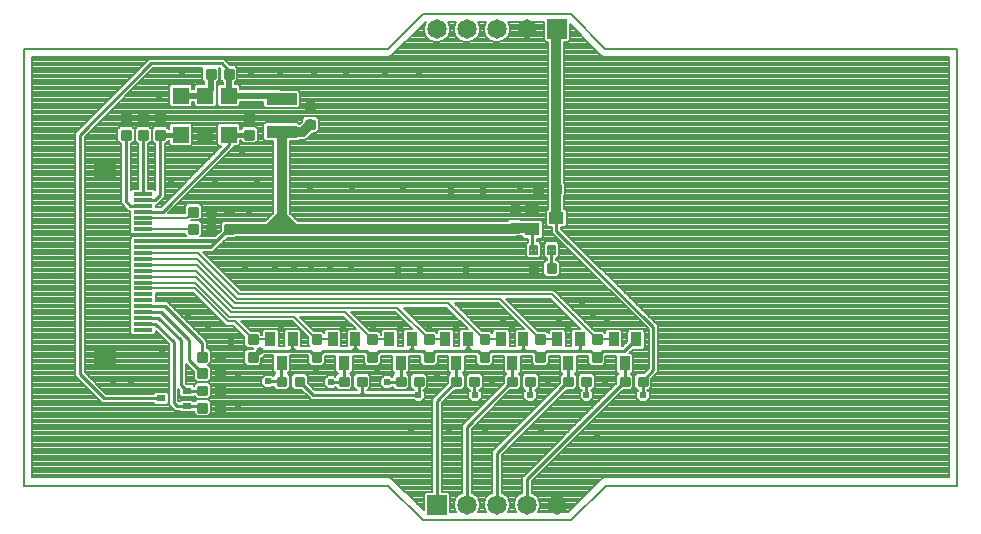
<source format=gtl>
G75*
%MOIN*%
%OFA0B0*%
%FSLAX25Y25*%
%IPPOS*%
%LPD*%
%AMOC8*
5,1,8,0,0,1.08239X$1,22.5*
%
%ADD10C,0.00600*%
%ADD11C,0.00875*%
%ADD12R,0.05500X0.05500*%
%ADD13C,0.00750*%
%ADD14R,0.06299X0.01181*%
%ADD15R,0.07677X0.06299*%
%ADD16R,0.06500X0.06500*%
%ADD17C,0.06500*%
%ADD18R,0.09843X0.03937*%
%ADD19R,0.03150X0.01969*%
%ADD20R,0.03500X0.04500*%
%ADD21R,0.04500X0.04000*%
%ADD22C,0.01000*%
%ADD23C,0.02400*%
%ADD24C,0.00800*%
%ADD25C,0.03200*%
%ADD26C,0.02578*%
%ADD27C,0.01200*%
%ADD28C,0.01500*%
%ADD29C,0.02000*%
D10*
X0008065Y0019400D02*
X0008065Y0165069D01*
X0129265Y0165069D01*
X0140865Y0176669D01*
X0190365Y0176669D01*
X0201665Y0165069D01*
X0319089Y0165069D01*
X0319089Y0019400D01*
X0201965Y0019400D01*
X0190365Y0007800D01*
X0140865Y0007800D01*
X0129265Y0019400D01*
X0008065Y0019400D01*
D11*
X0066113Y0046708D02*
X0068739Y0046708D01*
X0068739Y0044082D01*
X0066113Y0044082D01*
X0066113Y0046708D01*
X0066113Y0044956D02*
X0068739Y0044956D01*
X0068739Y0045830D02*
X0066113Y0045830D01*
X0066113Y0046704D02*
X0068739Y0046704D01*
X0072113Y0046708D02*
X0074739Y0046708D01*
X0074739Y0044082D01*
X0072113Y0044082D01*
X0072113Y0046708D01*
X0072113Y0044956D02*
X0074739Y0044956D01*
X0074739Y0045830D02*
X0072113Y0045830D01*
X0072113Y0046704D02*
X0074739Y0046704D01*
X0074739Y0052408D02*
X0072113Y0052408D01*
X0074739Y0052408D02*
X0074739Y0049782D01*
X0072113Y0049782D01*
X0072113Y0052408D01*
X0072113Y0050656D02*
X0074739Y0050656D01*
X0074739Y0051530D02*
X0072113Y0051530D01*
X0072113Y0052404D02*
X0074739Y0052404D01*
X0074739Y0058108D02*
X0072113Y0058108D01*
X0074739Y0058108D02*
X0074739Y0055482D01*
X0072113Y0055482D01*
X0072113Y0058108D01*
X0072113Y0056356D02*
X0074739Y0056356D01*
X0074739Y0057230D02*
X0072113Y0057230D01*
X0072113Y0058104D02*
X0074739Y0058104D01*
X0074739Y0063708D02*
X0072113Y0063708D01*
X0074739Y0063708D02*
X0074739Y0061082D01*
X0072113Y0061082D01*
X0072113Y0063708D01*
X0072113Y0061956D02*
X0074739Y0061956D01*
X0074739Y0062830D02*
X0072113Y0062830D01*
X0072113Y0063704D02*
X0074739Y0063704D01*
X0068739Y0063708D02*
X0066113Y0063708D01*
X0068739Y0063708D02*
X0068739Y0061082D01*
X0066113Y0061082D01*
X0066113Y0063708D01*
X0066113Y0061956D02*
X0068739Y0061956D01*
X0068739Y0062830D02*
X0066113Y0062830D01*
X0066113Y0063704D02*
X0068739Y0063704D01*
X0068739Y0058108D02*
X0066113Y0058108D01*
X0068739Y0058108D02*
X0068739Y0055482D01*
X0066113Y0055482D01*
X0066113Y0058108D01*
X0066113Y0056356D02*
X0068739Y0056356D01*
X0068739Y0057230D02*
X0066113Y0057230D01*
X0066113Y0058104D02*
X0068739Y0058104D01*
X0068739Y0052408D02*
X0066113Y0052408D01*
X0068739Y0052408D02*
X0068739Y0049782D01*
X0066113Y0049782D01*
X0066113Y0052408D01*
X0066113Y0050656D02*
X0068739Y0050656D01*
X0068739Y0051530D02*
X0066113Y0051530D01*
X0066113Y0052404D02*
X0068739Y0052404D01*
X0082957Y0060848D02*
X0082957Y0063474D01*
X0085583Y0063474D01*
X0085583Y0060848D01*
X0082957Y0060848D01*
X0082957Y0061722D02*
X0085583Y0061722D01*
X0085583Y0062596D02*
X0082957Y0062596D01*
X0082957Y0063470D02*
X0085583Y0063470D01*
X0082957Y0066848D02*
X0082957Y0069474D01*
X0085583Y0069474D01*
X0085583Y0066848D01*
X0082957Y0066848D01*
X0082957Y0067722D02*
X0085583Y0067722D01*
X0085583Y0068596D02*
X0082957Y0068596D01*
X0082957Y0069470D02*
X0085583Y0069470D01*
X0104157Y0069474D02*
X0104157Y0066848D01*
X0104157Y0069474D02*
X0106783Y0069474D01*
X0106783Y0066848D01*
X0104157Y0066848D01*
X0104157Y0067722D02*
X0106783Y0067722D01*
X0106783Y0068596D02*
X0104157Y0068596D01*
X0104157Y0069470D02*
X0106783Y0069470D01*
X0104157Y0063474D02*
X0104157Y0060848D01*
X0104157Y0063474D02*
X0106783Y0063474D01*
X0106783Y0060848D01*
X0104157Y0060848D01*
X0104157Y0061722D02*
X0106783Y0061722D01*
X0106783Y0062596D02*
X0104157Y0062596D01*
X0104157Y0063470D02*
X0106783Y0063470D01*
X0101117Y0052792D02*
X0098491Y0052792D01*
X0098491Y0055418D01*
X0101117Y0055418D01*
X0101117Y0052792D01*
X0101117Y0053666D02*
X0098491Y0053666D01*
X0098491Y0054540D02*
X0101117Y0054540D01*
X0101117Y0055414D02*
X0098491Y0055414D01*
X0095117Y0052792D02*
X0092491Y0052792D01*
X0092491Y0055418D01*
X0095117Y0055418D01*
X0095117Y0052792D01*
X0095117Y0053666D02*
X0092491Y0053666D01*
X0092491Y0054540D02*
X0095117Y0054540D01*
X0095117Y0055414D02*
X0092491Y0055414D01*
X0113291Y0052792D02*
X0115917Y0052792D01*
X0113291Y0052792D02*
X0113291Y0055418D01*
X0115917Y0055418D01*
X0115917Y0052792D01*
X0115917Y0053666D02*
X0113291Y0053666D01*
X0113291Y0054540D02*
X0115917Y0054540D01*
X0115917Y0055414D02*
X0113291Y0055414D01*
X0119291Y0052792D02*
X0121917Y0052792D01*
X0119291Y0052792D02*
X0119291Y0055418D01*
X0121917Y0055418D01*
X0121917Y0052792D01*
X0121917Y0053666D02*
X0119291Y0053666D01*
X0119291Y0054540D02*
X0121917Y0054540D01*
X0121917Y0055414D02*
X0119291Y0055414D01*
X0122757Y0060848D02*
X0122757Y0063474D01*
X0125383Y0063474D01*
X0125383Y0060848D01*
X0122757Y0060848D01*
X0122757Y0061722D02*
X0125383Y0061722D01*
X0125383Y0062596D02*
X0122757Y0062596D01*
X0122757Y0063470D02*
X0125383Y0063470D01*
X0122757Y0066848D02*
X0122757Y0069474D01*
X0125383Y0069474D01*
X0125383Y0066848D01*
X0122757Y0066848D01*
X0122757Y0067722D02*
X0125383Y0067722D01*
X0125383Y0068596D02*
X0122757Y0068596D01*
X0122757Y0069470D02*
X0125383Y0069470D01*
X0141657Y0069474D02*
X0141657Y0066848D01*
X0141657Y0069474D02*
X0144283Y0069474D01*
X0144283Y0066848D01*
X0141657Y0066848D01*
X0141657Y0067722D02*
X0144283Y0067722D01*
X0144283Y0068596D02*
X0141657Y0068596D01*
X0141657Y0069470D02*
X0144283Y0069470D01*
X0141657Y0063474D02*
X0141657Y0060848D01*
X0141657Y0063474D02*
X0144283Y0063474D01*
X0144283Y0060848D01*
X0141657Y0060848D01*
X0141657Y0061722D02*
X0144283Y0061722D01*
X0144283Y0062596D02*
X0141657Y0062596D01*
X0141657Y0063470D02*
X0144283Y0063470D01*
X0140817Y0052792D02*
X0138191Y0052792D01*
X0138191Y0055418D01*
X0140817Y0055418D01*
X0140817Y0052792D01*
X0140817Y0053666D02*
X0138191Y0053666D01*
X0138191Y0054540D02*
X0140817Y0054540D01*
X0140817Y0055414D02*
X0138191Y0055414D01*
X0134817Y0052792D02*
X0132191Y0052792D01*
X0132191Y0055418D01*
X0134817Y0055418D01*
X0134817Y0052792D01*
X0134817Y0053666D02*
X0132191Y0053666D01*
X0132191Y0054540D02*
X0134817Y0054540D01*
X0134817Y0055414D02*
X0132191Y0055414D01*
X0150791Y0052792D02*
X0153417Y0052792D01*
X0150791Y0052792D02*
X0150791Y0055418D01*
X0153417Y0055418D01*
X0153417Y0052792D01*
X0153417Y0053666D02*
X0150791Y0053666D01*
X0150791Y0054540D02*
X0153417Y0054540D01*
X0153417Y0055414D02*
X0150791Y0055414D01*
X0156791Y0052792D02*
X0159417Y0052792D01*
X0156791Y0052792D02*
X0156791Y0055418D01*
X0159417Y0055418D01*
X0159417Y0052792D01*
X0159417Y0053666D02*
X0156791Y0053666D01*
X0156791Y0054540D02*
X0159417Y0054540D01*
X0159417Y0055414D02*
X0156791Y0055414D01*
X0160157Y0060848D02*
X0160157Y0063474D01*
X0162783Y0063474D01*
X0162783Y0060848D01*
X0160157Y0060848D01*
X0160157Y0061722D02*
X0162783Y0061722D01*
X0162783Y0062596D02*
X0160157Y0062596D01*
X0160157Y0063470D02*
X0162783Y0063470D01*
X0160157Y0066848D02*
X0160157Y0069474D01*
X0162783Y0069474D01*
X0162783Y0066848D01*
X0160157Y0066848D01*
X0160157Y0067722D02*
X0162783Y0067722D01*
X0162783Y0068596D02*
X0160157Y0068596D01*
X0160157Y0069470D02*
X0162783Y0069470D01*
X0178757Y0069474D02*
X0178757Y0066848D01*
X0178757Y0069474D02*
X0181383Y0069474D01*
X0181383Y0066848D01*
X0178757Y0066848D01*
X0178757Y0067722D02*
X0181383Y0067722D01*
X0181383Y0068596D02*
X0178757Y0068596D01*
X0178757Y0069470D02*
X0181383Y0069470D01*
X0178757Y0063474D02*
X0178757Y0060848D01*
X0178757Y0063474D02*
X0181383Y0063474D01*
X0181383Y0060848D01*
X0178757Y0060848D01*
X0178757Y0061722D02*
X0181383Y0061722D01*
X0181383Y0062596D02*
X0178757Y0062596D01*
X0178757Y0063470D02*
X0181383Y0063470D01*
X0178017Y0052792D02*
X0175391Y0052792D01*
X0175391Y0055418D01*
X0178017Y0055418D01*
X0178017Y0052792D01*
X0178017Y0053666D02*
X0175391Y0053666D01*
X0175391Y0054540D02*
X0178017Y0054540D01*
X0178017Y0055414D02*
X0175391Y0055414D01*
X0172017Y0052792D02*
X0169391Y0052792D01*
X0169391Y0055418D01*
X0172017Y0055418D01*
X0172017Y0052792D01*
X0172017Y0053666D02*
X0169391Y0053666D01*
X0169391Y0054540D02*
X0172017Y0054540D01*
X0172017Y0055414D02*
X0169391Y0055414D01*
X0188091Y0052792D02*
X0190717Y0052792D01*
X0188091Y0052792D02*
X0188091Y0055418D01*
X0190717Y0055418D01*
X0190717Y0052792D01*
X0190717Y0053666D02*
X0188091Y0053666D01*
X0188091Y0054540D02*
X0190717Y0054540D01*
X0190717Y0055414D02*
X0188091Y0055414D01*
X0194091Y0052792D02*
X0196717Y0052792D01*
X0194091Y0052792D02*
X0194091Y0055418D01*
X0196717Y0055418D01*
X0196717Y0052792D01*
X0196717Y0053666D02*
X0194091Y0053666D01*
X0194091Y0054540D02*
X0196717Y0054540D01*
X0196717Y0055414D02*
X0194091Y0055414D01*
X0197557Y0060848D02*
X0197557Y0063474D01*
X0200183Y0063474D01*
X0200183Y0060848D01*
X0197557Y0060848D01*
X0197557Y0061722D02*
X0200183Y0061722D01*
X0200183Y0062596D02*
X0197557Y0062596D01*
X0197557Y0063470D02*
X0200183Y0063470D01*
X0197557Y0066848D02*
X0197557Y0069474D01*
X0200183Y0069474D01*
X0200183Y0066848D01*
X0197557Y0066848D01*
X0197557Y0067722D02*
X0200183Y0067722D01*
X0200183Y0068596D02*
X0197557Y0068596D01*
X0197557Y0069470D02*
X0200183Y0069470D01*
X0206891Y0052792D02*
X0209517Y0052792D01*
X0206891Y0052792D02*
X0206891Y0055418D01*
X0209517Y0055418D01*
X0209517Y0052792D01*
X0209517Y0053666D02*
X0206891Y0053666D01*
X0206891Y0054540D02*
X0209517Y0054540D01*
X0209517Y0055414D02*
X0206891Y0055414D01*
X0212891Y0052792D02*
X0215517Y0052792D01*
X0212891Y0052792D02*
X0212891Y0055418D01*
X0215517Y0055418D01*
X0215517Y0052792D01*
X0215517Y0053666D02*
X0212891Y0053666D01*
X0212891Y0054540D02*
X0215517Y0054540D01*
X0215517Y0055414D02*
X0212891Y0055414D01*
X0185117Y0090492D02*
X0182491Y0090492D01*
X0182491Y0093118D01*
X0185117Y0093118D01*
X0185117Y0090492D01*
X0185117Y0091366D02*
X0182491Y0091366D01*
X0182491Y0092240D02*
X0185117Y0092240D01*
X0185117Y0093114D02*
X0182491Y0093114D01*
X0179117Y0090492D02*
X0176491Y0090492D01*
X0176491Y0093118D01*
X0179117Y0093118D01*
X0179117Y0090492D01*
X0179117Y0091366D02*
X0176491Y0091366D01*
X0176491Y0092240D02*
X0179117Y0092240D01*
X0179117Y0093114D02*
X0176491Y0093114D01*
X0170357Y0104048D02*
X0170357Y0106674D01*
X0172983Y0106674D01*
X0172983Y0104048D01*
X0170357Y0104048D01*
X0170357Y0104922D02*
X0172983Y0104922D01*
X0172983Y0105796D02*
X0170357Y0105796D01*
X0170357Y0106670D02*
X0172983Y0106670D01*
X0170357Y0110048D02*
X0170357Y0112674D01*
X0172983Y0112674D01*
X0172983Y0110048D01*
X0170357Y0110048D01*
X0170357Y0110922D02*
X0172983Y0110922D01*
X0172983Y0111796D02*
X0170357Y0111796D01*
X0170357Y0112670D02*
X0172983Y0112670D01*
X0178091Y0116892D02*
X0180717Y0116892D01*
X0178091Y0116892D02*
X0178091Y0119518D01*
X0180717Y0119518D01*
X0180717Y0116892D01*
X0180717Y0117766D02*
X0178091Y0117766D01*
X0178091Y0118640D02*
X0180717Y0118640D01*
X0180717Y0119514D02*
X0178091Y0119514D01*
X0184091Y0116892D02*
X0186717Y0116892D01*
X0184091Y0116892D02*
X0184091Y0119518D01*
X0186717Y0119518D01*
X0186717Y0116892D01*
X0186717Y0117766D02*
X0184091Y0117766D01*
X0184091Y0118640D02*
X0186717Y0118640D01*
X0186717Y0119514D02*
X0184091Y0119514D01*
X0102057Y0138448D02*
X0102057Y0141074D01*
X0104683Y0141074D01*
X0104683Y0138448D01*
X0102057Y0138448D01*
X0102057Y0139322D02*
X0104683Y0139322D01*
X0104683Y0140196D02*
X0102057Y0140196D01*
X0102057Y0141070D02*
X0104683Y0141070D01*
X0102057Y0144448D02*
X0102057Y0147074D01*
X0104683Y0147074D01*
X0104683Y0144448D01*
X0102057Y0144448D01*
X0102057Y0145322D02*
X0104683Y0145322D01*
X0104683Y0146196D02*
X0102057Y0146196D01*
X0102057Y0147070D02*
X0104683Y0147070D01*
X0081757Y0143674D02*
X0081757Y0141048D01*
X0081757Y0143674D02*
X0084383Y0143674D01*
X0084383Y0141048D01*
X0081757Y0141048D01*
X0081757Y0141922D02*
X0084383Y0141922D01*
X0084383Y0142796D02*
X0081757Y0142796D01*
X0081757Y0143670D02*
X0084383Y0143670D01*
X0081757Y0137674D02*
X0081757Y0135048D01*
X0081757Y0137674D02*
X0084383Y0137674D01*
X0084383Y0135048D01*
X0081757Y0135048D01*
X0081757Y0135922D02*
X0084383Y0135922D01*
X0084383Y0136796D02*
X0081757Y0136796D01*
X0081757Y0137670D02*
X0084383Y0137670D01*
X0077539Y0157908D02*
X0074913Y0157908D01*
X0077539Y0157908D02*
X0077539Y0155282D01*
X0074913Y0155282D01*
X0074913Y0157908D01*
X0074913Y0156156D02*
X0077539Y0156156D01*
X0077539Y0157030D02*
X0074913Y0157030D01*
X0074913Y0157904D02*
X0077539Y0157904D01*
X0071539Y0157908D02*
X0068913Y0157908D01*
X0071539Y0157908D02*
X0071539Y0155282D01*
X0068913Y0155282D01*
X0068913Y0157908D01*
X0068913Y0156156D02*
X0071539Y0156156D01*
X0071539Y0157030D02*
X0068913Y0157030D01*
X0068913Y0157904D02*
X0071539Y0157904D01*
X0052057Y0143674D02*
X0052057Y0141048D01*
X0052057Y0143674D02*
X0054683Y0143674D01*
X0054683Y0141048D01*
X0052057Y0141048D01*
X0052057Y0141922D02*
X0054683Y0141922D01*
X0054683Y0142796D02*
X0052057Y0142796D01*
X0052057Y0143670D02*
X0054683Y0143670D01*
X0046357Y0143674D02*
X0046357Y0141048D01*
X0046357Y0143674D02*
X0048983Y0143674D01*
X0048983Y0141048D01*
X0046357Y0141048D01*
X0046357Y0141922D02*
X0048983Y0141922D01*
X0048983Y0142796D02*
X0046357Y0142796D01*
X0046357Y0143670D02*
X0048983Y0143670D01*
X0040657Y0143674D02*
X0040657Y0141048D01*
X0040657Y0143674D02*
X0043283Y0143674D01*
X0043283Y0141048D01*
X0040657Y0141048D01*
X0040657Y0141922D02*
X0043283Y0141922D01*
X0043283Y0142796D02*
X0040657Y0142796D01*
X0040657Y0143670D02*
X0043283Y0143670D01*
X0040657Y0137674D02*
X0040657Y0135048D01*
X0040657Y0137674D02*
X0043283Y0137674D01*
X0043283Y0135048D01*
X0040657Y0135048D01*
X0040657Y0135922D02*
X0043283Y0135922D01*
X0043283Y0136796D02*
X0040657Y0136796D01*
X0040657Y0137670D02*
X0043283Y0137670D01*
X0046357Y0137674D02*
X0046357Y0135048D01*
X0046357Y0137674D02*
X0048983Y0137674D01*
X0048983Y0135048D01*
X0046357Y0135048D01*
X0046357Y0135922D02*
X0048983Y0135922D01*
X0048983Y0136796D02*
X0046357Y0136796D01*
X0046357Y0137670D02*
X0048983Y0137670D01*
X0052057Y0137674D02*
X0052057Y0135048D01*
X0052057Y0137674D02*
X0054683Y0137674D01*
X0054683Y0135048D01*
X0052057Y0135048D01*
X0052057Y0135922D02*
X0054683Y0135922D01*
X0054683Y0136796D02*
X0052057Y0136796D01*
X0052057Y0137670D02*
X0054683Y0137670D01*
X0063013Y0112008D02*
X0065639Y0112008D01*
X0065639Y0109382D01*
X0063013Y0109382D01*
X0063013Y0112008D01*
X0063013Y0110256D02*
X0065639Y0110256D01*
X0065639Y0111130D02*
X0063013Y0111130D01*
X0063013Y0112004D02*
X0065639Y0112004D01*
X0069013Y0112008D02*
X0071639Y0112008D01*
X0071639Y0109382D01*
X0069013Y0109382D01*
X0069013Y0112008D01*
X0069013Y0110256D02*
X0071639Y0110256D01*
X0071639Y0111130D02*
X0069013Y0111130D01*
X0069013Y0112004D02*
X0071639Y0112004D01*
X0075057Y0112174D02*
X0075057Y0109548D01*
X0075057Y0112174D02*
X0077683Y0112174D01*
X0077683Y0109548D01*
X0075057Y0109548D01*
X0075057Y0110422D02*
X0077683Y0110422D01*
X0077683Y0111296D02*
X0075057Y0111296D01*
X0075057Y0112170D02*
X0077683Y0112170D01*
X0075057Y0106174D02*
X0075057Y0103548D01*
X0075057Y0106174D02*
X0077683Y0106174D01*
X0077683Y0103548D01*
X0075057Y0103548D01*
X0075057Y0104422D02*
X0077683Y0104422D01*
X0077683Y0105296D02*
X0075057Y0105296D01*
X0075057Y0106170D02*
X0077683Y0106170D01*
X0071639Y0106308D02*
X0069013Y0106308D01*
X0071639Y0106308D02*
X0071639Y0103682D01*
X0069013Y0103682D01*
X0069013Y0106308D01*
X0069013Y0104556D02*
X0071639Y0104556D01*
X0071639Y0105430D02*
X0069013Y0105430D01*
X0069013Y0106304D02*
X0071639Y0106304D01*
X0065639Y0106308D02*
X0063013Y0106308D01*
X0065639Y0106308D02*
X0065639Y0103682D01*
X0063013Y0103682D01*
X0063013Y0106308D01*
X0063013Y0104556D02*
X0065639Y0104556D01*
X0065639Y0105430D02*
X0063013Y0105430D01*
X0063013Y0106304D02*
X0065639Y0106304D01*
D12*
X0068360Y0136339D03*
X0076260Y0136339D03*
X0060270Y0136361D03*
X0060270Y0149361D03*
X0068360Y0149339D03*
X0076260Y0149339D03*
D13*
X0176679Y0096630D02*
X0178929Y0096630D01*
X0176679Y0096630D02*
X0176679Y0099380D01*
X0178929Y0099380D01*
X0178929Y0096630D01*
X0178929Y0097379D02*
X0176679Y0097379D01*
X0176679Y0098128D02*
X0178929Y0098128D01*
X0178929Y0098877D02*
X0176679Y0098877D01*
X0182679Y0096630D02*
X0184929Y0096630D01*
X0182679Y0096630D02*
X0182679Y0099380D01*
X0184929Y0099380D01*
X0184929Y0096630D01*
X0184929Y0097379D02*
X0182679Y0097379D01*
X0182679Y0098128D02*
X0184929Y0098128D01*
X0184929Y0098877D02*
X0182679Y0098877D01*
D14*
X0047632Y0098887D03*
X0047632Y0100855D03*
X0047632Y0102824D03*
X0047632Y0104792D03*
X0047632Y0106761D03*
X0047632Y0108729D03*
X0047632Y0110698D03*
X0047632Y0112666D03*
X0047632Y0114635D03*
X0047632Y0116603D03*
X0047632Y0096918D03*
X0047632Y0094950D03*
X0047632Y0092981D03*
X0047632Y0091013D03*
X0047632Y0089044D03*
X0047632Y0087076D03*
X0047632Y0085107D03*
X0047632Y0083139D03*
X0047632Y0081170D03*
X0047632Y0079202D03*
X0047632Y0077233D03*
X0047632Y0075265D03*
X0047632Y0073296D03*
X0047632Y0071328D03*
D15*
X0034837Y0062863D03*
X0034837Y0125068D03*
D16*
X0185565Y0171469D03*
X0145565Y0013000D03*
D17*
X0155565Y0013000D03*
X0165565Y0013000D03*
X0175565Y0013000D03*
X0185565Y0013000D03*
X0175565Y0171469D03*
X0165565Y0171469D03*
X0155565Y0171469D03*
X0145565Y0171469D03*
D18*
X0093826Y0148201D03*
X0093826Y0137390D03*
D19*
X0062170Y0051020D03*
X0062170Y0045902D03*
X0053508Y0048461D03*
D20*
X0090086Y0068195D03*
X0097566Y0068195D03*
X0093826Y0060195D03*
X0110886Y0068195D03*
X0118366Y0068195D03*
X0114626Y0060195D03*
X0129786Y0068195D03*
X0137266Y0068195D03*
X0133526Y0060195D03*
X0148386Y0068195D03*
X0155866Y0068195D03*
X0152126Y0060195D03*
X0166986Y0068095D03*
X0174466Y0068095D03*
X0185686Y0068095D03*
X0193166Y0068095D03*
X0204486Y0068095D03*
X0211966Y0068095D03*
X0208226Y0060095D03*
X0189426Y0060095D03*
X0170726Y0060095D03*
D21*
X0177470Y0104820D03*
X0185470Y0108561D03*
X0177470Y0112301D03*
D22*
X0185470Y0108561D02*
X0185470Y0104395D01*
X0217765Y0072100D01*
X0217765Y0057900D01*
X0214204Y0054339D01*
X0214204Y0054105D01*
X0214204Y0049561D01*
X0214265Y0049500D01*
X0208226Y0054126D02*
X0208204Y0054105D01*
X0175565Y0021465D01*
X0175565Y0013000D01*
X0165565Y0013000D02*
X0165565Y0030265D01*
X0189404Y0054105D01*
X0189426Y0054126D01*
X0189426Y0060095D01*
X0192665Y0064300D02*
X0193166Y0064801D01*
X0193166Y0064799D01*
X0193665Y0064300D01*
X0196765Y0064300D01*
X0196765Y0064265D01*
X0198870Y0062161D01*
X0199026Y0062161D01*
X0201065Y0064200D01*
X0208071Y0064200D01*
X0211966Y0068095D01*
X0211966Y0068799D01*
X0208226Y0060095D02*
X0208226Y0054126D01*
X0195465Y0054044D02*
X0195465Y0049500D01*
X0195465Y0054044D02*
X0195404Y0054105D01*
X0182209Y0064300D02*
X0180070Y0062161D01*
X0180004Y0062161D01*
X0177865Y0064300D01*
X0175165Y0064300D01*
X0174466Y0064999D01*
X0174466Y0065100D01*
X0173666Y0064300D01*
X0163609Y0064300D01*
X0161470Y0062161D01*
X0159330Y0064300D01*
X0156865Y0064300D01*
X0156065Y0065100D01*
X0155866Y0065100D01*
X0155765Y0065100D01*
X0154965Y0064300D01*
X0145065Y0064300D01*
X0142970Y0062205D01*
X0142970Y0062161D01*
X0140830Y0064300D01*
X0138066Y0064300D01*
X0137266Y0065100D01*
X0136466Y0064300D01*
X0126365Y0064300D01*
X0124226Y0062161D01*
X0124070Y0062161D01*
X0121930Y0064300D01*
X0119365Y0064300D01*
X0118365Y0065300D01*
X0117365Y0064300D01*
X0107665Y0064300D01*
X0105526Y0062161D01*
X0105470Y0062161D01*
X0103230Y0064400D01*
X0098365Y0064400D01*
X0097465Y0065300D01*
X0096565Y0064400D01*
X0086565Y0064400D01*
X0086509Y0064400D01*
X0084270Y0062161D01*
X0093804Y0060174D02*
X0093804Y0054105D01*
X0089370Y0054105D01*
X0089365Y0054100D01*
X0093804Y0060174D02*
X0093826Y0060195D01*
X0096565Y0064400D02*
X0097465Y0064400D01*
X0097465Y0065300D01*
X0097465Y0068094D01*
X0097566Y0068195D01*
X0097465Y0064400D02*
X0098365Y0064400D01*
X0099804Y0054105D02*
X0104409Y0049500D01*
X0119865Y0049500D01*
X0120604Y0050239D01*
X0120604Y0050161D01*
X0121265Y0049500D01*
X0139465Y0049500D01*
X0139504Y0049539D01*
X0139504Y0054105D01*
X0133526Y0054126D02*
X0133504Y0054105D01*
X0133300Y0053900D01*
X0129065Y0053900D01*
X0133526Y0054126D02*
X0133526Y0060195D01*
X0136466Y0064300D02*
X0137465Y0064300D01*
X0137266Y0064499D01*
X0137266Y0065100D01*
X0137266Y0068195D01*
X0137465Y0064300D02*
X0138066Y0064300D01*
X0152126Y0060195D02*
X0152126Y0054126D01*
X0152104Y0054105D01*
X0145565Y0047565D01*
X0145565Y0013000D01*
X0155565Y0013000D02*
X0155565Y0038965D01*
X0170704Y0054105D01*
X0170726Y0054126D01*
X0170726Y0060095D01*
X0173666Y0064300D02*
X0174465Y0064300D01*
X0174466Y0064301D01*
X0174466Y0064999D01*
X0174466Y0065100D02*
X0174466Y0068095D01*
X0174465Y0064300D02*
X0175165Y0064300D01*
X0182209Y0064300D02*
X0192665Y0064300D01*
X0193165Y0064300D01*
X0193166Y0064301D01*
X0193166Y0064799D01*
X0193166Y0064801D02*
X0193166Y0068095D01*
X0193165Y0064300D02*
X0193665Y0064300D01*
X0176704Y0054105D02*
X0176704Y0049561D01*
X0176765Y0049500D01*
X0158265Y0049500D02*
X0158104Y0049661D01*
X0158104Y0054105D01*
X0156865Y0064300D02*
X0155865Y0064300D01*
X0155866Y0064301D01*
X0155866Y0065100D01*
X0155866Y0068195D01*
X0155865Y0064300D02*
X0154965Y0064300D01*
X0119365Y0064300D02*
X0118365Y0064300D01*
X0118365Y0065300D01*
X0118365Y0068194D01*
X0118366Y0068195D01*
X0118365Y0064300D02*
X0117365Y0064300D01*
X0114626Y0060195D02*
X0114626Y0054126D01*
X0114604Y0054105D01*
X0114400Y0053900D01*
X0110265Y0053900D01*
X0120604Y0054105D02*
X0120604Y0050239D01*
X0120604Y0050161D02*
X0120604Y0049739D01*
X0120365Y0049500D01*
X0119865Y0049500D01*
X0120365Y0049500D02*
X0121265Y0049500D01*
X0067426Y0051095D02*
X0067350Y0051020D01*
X0062170Y0051020D01*
X0060265Y0052924D01*
X0060265Y0063800D01*
X0060265Y0064621D01*
X0060265Y0067800D01*
X0052801Y0075265D01*
X0047632Y0075265D01*
X0047632Y0077233D02*
X0053632Y0077233D01*
X0062865Y0068000D01*
X0062865Y0061356D01*
X0067426Y0056795D01*
X0067321Y0062500D02*
X0067321Y0066844D01*
X0054964Y0079202D01*
X0047632Y0079202D01*
X0047632Y0073296D02*
X0051761Y0073296D01*
X0051765Y0073300D01*
X0057865Y0067200D01*
X0057865Y0047000D01*
X0058964Y0045902D01*
X0062170Y0045902D01*
X0066919Y0045902D01*
X0067426Y0045395D01*
X0053508Y0048461D02*
X0034604Y0048461D01*
X0026565Y0056500D01*
X0026565Y0136300D01*
X0050365Y0160100D01*
X0073865Y0160100D01*
X0076260Y0157705D01*
X0076260Y0156561D01*
X0076260Y0136339D02*
X0076260Y0132795D01*
X0054163Y0110698D01*
X0047632Y0110698D01*
X0047632Y0112666D02*
X0043399Y0112666D01*
X0041965Y0114100D01*
X0041965Y0136356D01*
X0041970Y0136361D01*
X0047632Y0136323D02*
X0047632Y0116603D01*
X0047632Y0114635D02*
X0051700Y0114635D01*
X0053370Y0116305D01*
X0053370Y0136361D01*
X0053365Y0136356D01*
X0047670Y0136361D02*
X0047632Y0136323D01*
X0076260Y0136339D02*
X0076265Y0136335D01*
X0083049Y0136339D02*
X0083070Y0136361D01*
X0171670Y0105361D02*
X0171965Y0105065D01*
X0177470Y0104820D02*
X0177470Y0098339D01*
X0177804Y0098005D01*
X0183804Y0098005D02*
X0183804Y0091805D01*
D23*
X0193965Y0079500D03*
X0197665Y0076700D03*
X0202365Y0073500D03*
X0189365Y0071600D03*
X0186165Y0074100D03*
X0170665Y0071700D03*
X0167565Y0074500D03*
X0151965Y0072200D03*
X0142965Y0072400D03*
X0133465Y0072100D03*
X0124165Y0072400D03*
X0114465Y0072600D03*
X0093765Y0072000D03*
X0076965Y0067300D03*
X0069265Y0071600D03*
X0062665Y0076200D03*
X0054065Y0063600D03*
X0043565Y0054100D03*
X0037665Y0053900D03*
X0079465Y0055400D03*
X0089365Y0054100D03*
X0079465Y0045300D03*
X0105165Y0057400D03*
X0110265Y0053900D03*
X0125665Y0057200D03*
X0129065Y0053900D03*
X0139465Y0049500D03*
X0145765Y0056300D03*
X0158265Y0049500D03*
X0163965Y0054100D03*
X0176765Y0049500D03*
X0182765Y0054000D03*
X0195465Y0049500D03*
X0201565Y0053900D03*
X0214265Y0049500D03*
X0198865Y0036600D03*
X0180265Y0037400D03*
X0161765Y0037400D03*
X0149665Y0037200D03*
X0136865Y0037400D03*
X0132565Y0091300D03*
X0139865Y0091400D03*
X0155265Y0091100D03*
X0116865Y0092000D03*
X0109865Y0092200D03*
X0103665Y0092200D03*
X0097965Y0092300D03*
X0091765Y0092400D03*
X0081765Y0092900D03*
X0082865Y0110100D03*
X0085765Y0120700D03*
X0071665Y0120300D03*
X0056865Y0120200D03*
X0056265Y0131600D03*
X0050565Y0131500D03*
X0044765Y0131500D03*
X0053065Y0149100D03*
X0060665Y0156200D03*
X0083665Y0156500D03*
X0093365Y0156100D03*
X0104565Y0156300D03*
X0115265Y0156300D03*
X0128265Y0156300D03*
X0139565Y0156300D03*
X0080765Y0131400D03*
X0103265Y0118400D03*
X0117465Y0118000D03*
X0134165Y0117800D03*
X0150465Y0117500D03*
X0160865Y0117700D03*
X0173165Y0117800D03*
D24*
X0182554Y0117995D02*
X0096526Y0117995D01*
X0096526Y0118793D02*
X0182554Y0118793D01*
X0182554Y0119592D02*
X0096526Y0119592D01*
X0096526Y0120390D02*
X0182704Y0120390D01*
X0182704Y0120304D02*
X0182554Y0120154D01*
X0182554Y0116255D01*
X0182704Y0116105D01*
X0182704Y0111601D01*
X0182120Y0111016D01*
X0182120Y0106105D01*
X0182764Y0105461D01*
X0183870Y0105461D01*
X0183870Y0103733D01*
X0216165Y0071437D01*
X0216165Y0058563D01*
X0214557Y0056955D01*
X0212255Y0056955D01*
X0211354Y0056054D01*
X0211354Y0052155D01*
X0212255Y0051255D01*
X0212604Y0051255D01*
X0212604Y0051092D01*
X0211965Y0050453D01*
X0211965Y0048547D01*
X0213312Y0047200D01*
X0215218Y0047200D01*
X0216565Y0048547D01*
X0216565Y0050453D01*
X0215804Y0051213D01*
X0215804Y0051255D01*
X0216154Y0051255D01*
X0217054Y0052155D01*
X0217054Y0054927D01*
X0218428Y0056300D01*
X0219365Y0057237D01*
X0219365Y0072763D01*
X0187070Y0105058D01*
X0187070Y0105461D01*
X0188175Y0105461D01*
X0188820Y0106105D01*
X0188820Y0111016D01*
X0188175Y0111661D01*
X0188104Y0111661D01*
X0188104Y0116105D01*
X0188254Y0116255D01*
X0188254Y0120154D01*
X0188104Y0120304D01*
X0188104Y0167119D01*
X0189271Y0167119D01*
X0189915Y0167764D01*
X0189915Y0173262D01*
X0199369Y0163557D01*
X0199376Y0163540D01*
X0199743Y0163173D01*
X0200106Y0162801D01*
X0200123Y0162793D01*
X0200136Y0162780D01*
X0200615Y0162582D01*
X0201093Y0162377D01*
X0201111Y0162376D01*
X0201128Y0162369D01*
X0201647Y0162369D01*
X0202167Y0162363D01*
X0202184Y0162369D01*
X0316389Y0162369D01*
X0316389Y0022100D01*
X0201428Y0022100D01*
X0200436Y0021689D01*
X0189247Y0010500D01*
X0179217Y0010500D01*
X0179253Y0010536D01*
X0179915Y0012135D01*
X0179915Y0013865D01*
X0179253Y0015464D01*
X0178029Y0016688D01*
X0177165Y0017046D01*
X0177165Y0020803D01*
X0207617Y0051255D01*
X0210154Y0051255D01*
X0211054Y0052155D01*
X0211054Y0056054D01*
X0210363Y0056745D01*
X0210431Y0056745D01*
X0211076Y0057390D01*
X0211076Y0062801D01*
X0210431Y0063445D01*
X0209579Y0063445D01*
X0210879Y0064745D01*
X0214172Y0064745D01*
X0214816Y0065390D01*
X0214816Y0070801D01*
X0214172Y0071445D01*
X0209760Y0071445D01*
X0209116Y0070801D01*
X0209116Y0067508D01*
X0207408Y0065800D01*
X0207336Y0065800D01*
X0207336Y0070801D01*
X0206691Y0071445D01*
X0202280Y0071445D01*
X0201636Y0070801D01*
X0201636Y0070194D01*
X0200819Y0071011D01*
X0198141Y0071011D01*
X0185312Y0083840D01*
X0184433Y0084719D01*
X0080168Y0084719D01*
X0067700Y0097187D01*
X0071100Y0097187D01*
X0074064Y0100151D01*
X0075924Y0102011D01*
X0078319Y0102011D01*
X0078469Y0102161D01*
X0171707Y0102161D01*
X0172552Y0102511D01*
X0173619Y0102511D01*
X0173769Y0102661D01*
X0174120Y0102661D01*
X0174120Y0102365D01*
X0174764Y0101720D01*
X0175870Y0101720D01*
X0175870Y0100656D01*
X0175204Y0099991D01*
X0175204Y0096019D01*
X0176068Y0095155D01*
X0179540Y0095155D01*
X0180404Y0096019D01*
X0180404Y0099991D01*
X0179540Y0100855D01*
X0179070Y0100855D01*
X0179070Y0101720D01*
X0180175Y0101720D01*
X0180820Y0102365D01*
X0180820Y0107276D01*
X0180175Y0107920D01*
X0177805Y0107920D01*
X0177467Y0108061D01*
X0173769Y0108061D01*
X0173619Y0108211D01*
X0169720Y0108211D01*
X0169070Y0107561D01*
X0099244Y0107561D01*
X0096526Y0110279D01*
X0096526Y0134321D01*
X0099203Y0134321D01*
X0099571Y0134690D01*
X0101536Y0134690D01*
X0102528Y0135101D01*
X0104338Y0136911D01*
X0105319Y0136911D01*
X0106220Y0137811D01*
X0106220Y0141710D01*
X0105319Y0142611D01*
X0101420Y0142611D01*
X0100520Y0141710D01*
X0100520Y0140729D01*
X0099881Y0140090D01*
X0099571Y0140090D01*
X0099203Y0140458D01*
X0088449Y0140458D01*
X0087804Y0139814D01*
X0087804Y0134966D01*
X0088449Y0134321D01*
X0091126Y0134321D01*
X0091126Y0110279D01*
X0088407Y0107561D01*
X0078469Y0107561D01*
X0078319Y0107711D01*
X0074420Y0107711D01*
X0073520Y0106810D01*
X0073520Y0104415D01*
X0071660Y0102555D01*
X0066685Y0102555D01*
X0067176Y0103046D01*
X0067176Y0106945D01*
X0066275Y0107845D01*
X0063588Y0107845D01*
X0066275Y0107845D01*
X0067176Y0108746D01*
X0067176Y0112645D01*
X0066275Y0113545D01*
X0062376Y0113545D01*
X0061476Y0112645D01*
X0061476Y0110229D01*
X0055957Y0110229D01*
X0077860Y0132133D01*
X0077860Y0132489D01*
X0079466Y0132489D01*
X0080110Y0133134D01*
X0080110Y0134489D01*
X0080220Y0134489D01*
X0080220Y0134411D01*
X0081120Y0133511D01*
X0085019Y0133511D01*
X0085920Y0134411D01*
X0085920Y0138310D01*
X0085019Y0139211D01*
X0081120Y0139211D01*
X0080220Y0138310D01*
X0080220Y0138189D01*
X0080110Y0138189D01*
X0080110Y0139545D01*
X0079466Y0140189D01*
X0073055Y0140189D01*
X0072410Y0139545D01*
X0072410Y0133134D01*
X0073055Y0132489D01*
X0073692Y0132489D01*
X0053500Y0112298D01*
X0051882Y0112298D01*
X0051882Y0113035D01*
X0052362Y0113035D01*
X0054970Y0115642D01*
X0054970Y0133511D01*
X0055319Y0133511D01*
X0056220Y0134411D01*
X0056220Y0134511D01*
X0056420Y0134511D01*
X0056420Y0133155D01*
X0057064Y0132511D01*
X0063475Y0132511D01*
X0064120Y0133155D01*
X0064120Y0139566D01*
X0063475Y0140211D01*
X0057064Y0140211D01*
X0056420Y0139566D01*
X0056420Y0138211D01*
X0056220Y0138211D01*
X0056220Y0138310D01*
X0055319Y0139211D01*
X0051420Y0139211D01*
X0050520Y0138310D01*
X0050520Y0134411D01*
X0051420Y0133511D01*
X0051770Y0133511D01*
X0051770Y0117761D01*
X0051237Y0118294D01*
X0049232Y0118294D01*
X0049232Y0133511D01*
X0049619Y0133511D01*
X0050520Y0134411D01*
X0050520Y0138310D01*
X0049619Y0139211D01*
X0045720Y0139211D01*
X0044820Y0138310D01*
X0044820Y0134411D01*
X0045720Y0133511D01*
X0046032Y0133511D01*
X0046032Y0118294D01*
X0044027Y0118294D01*
X0043565Y0117832D01*
X0043565Y0133511D01*
X0043919Y0133511D01*
X0044820Y0134411D01*
X0044820Y0138310D01*
X0043919Y0139211D01*
X0040020Y0139211D01*
X0039120Y0138310D01*
X0039120Y0134411D01*
X0040020Y0133511D01*
X0040365Y0133511D01*
X0040365Y0113437D01*
X0042736Y0111066D01*
X0043382Y0111066D01*
X0043382Y0103746D01*
X0044027Y0103102D01*
X0051237Y0103102D01*
X0051428Y0103292D01*
X0061476Y0103292D01*
X0061476Y0103046D01*
X0061967Y0102555D01*
X0046928Y0102555D01*
X0046918Y0102546D01*
X0044027Y0102546D01*
X0043382Y0101901D01*
X0043382Y0070281D01*
X0044027Y0069637D01*
X0051237Y0069637D01*
X0051882Y0070281D01*
X0051882Y0070921D01*
X0056265Y0066537D01*
X0056265Y0046337D01*
X0057202Y0045400D01*
X0057202Y0045400D01*
X0057364Y0045239D01*
X0058301Y0044302D01*
X0059655Y0044302D01*
X0060139Y0043817D01*
X0064200Y0043817D01*
X0064576Y0044193D01*
X0064576Y0043446D01*
X0065476Y0042545D01*
X0069375Y0042545D01*
X0070276Y0043446D01*
X0070276Y0047345D01*
X0069375Y0048245D01*
X0065476Y0048245D01*
X0064733Y0047502D01*
X0064685Y0047502D01*
X0064200Y0047986D01*
X0060139Y0047986D01*
X0059655Y0047502D01*
X0059626Y0047502D01*
X0059465Y0047663D01*
X0059465Y0051462D01*
X0059495Y0051432D01*
X0059495Y0049580D01*
X0060139Y0048935D01*
X0064200Y0048935D01*
X0064576Y0049311D01*
X0064576Y0049146D01*
X0065476Y0048245D01*
X0069375Y0048245D01*
X0070276Y0049146D01*
X0070276Y0053045D01*
X0069375Y0053945D01*
X0065476Y0053945D01*
X0064576Y0053045D01*
X0064576Y0052728D01*
X0064200Y0053104D01*
X0062348Y0053104D01*
X0061865Y0053587D01*
X0061865Y0060093D01*
X0064576Y0057383D01*
X0064576Y0054846D01*
X0065476Y0053945D01*
X0069375Y0053945D01*
X0070276Y0054846D01*
X0070276Y0058745D01*
X0069425Y0059595D01*
X0070276Y0060446D01*
X0070276Y0064345D01*
X0069375Y0065245D01*
X0068921Y0065245D01*
X0068921Y0067507D01*
X0055626Y0080802D01*
X0051882Y0080802D01*
X0051882Y0083607D01*
X0064309Y0083607D01*
X0074318Y0073598D01*
X0074318Y0073598D01*
X0075197Y0072719D01*
X0077590Y0072719D01*
X0081420Y0068889D01*
X0081420Y0066211D01*
X0082320Y0065311D01*
X0084176Y0065311D01*
X0084176Y0065011D01*
X0082320Y0065011D01*
X0081420Y0064110D01*
X0081420Y0060211D01*
X0082320Y0059311D01*
X0086219Y0059311D01*
X0087120Y0060211D01*
X0087120Y0062011D01*
X0087555Y0062011D01*
X0088344Y0062800D01*
X0090976Y0062800D01*
X0090976Y0057490D01*
X0091620Y0056845D01*
X0091746Y0056845D01*
X0090954Y0056054D01*
X0090954Y0055763D01*
X0090318Y0056400D01*
X0088412Y0056400D01*
X0087065Y0055053D01*
X0087065Y0053147D01*
X0088412Y0051800D01*
X0090318Y0051800D01*
X0090954Y0052437D01*
X0090954Y0052155D01*
X0091855Y0051255D01*
X0095754Y0051255D01*
X0096654Y0052155D01*
X0096654Y0056054D01*
X0095863Y0056845D01*
X0096031Y0056845D01*
X0096676Y0057490D01*
X0096676Y0062800D01*
X0102568Y0062800D01*
X0102620Y0062748D01*
X0102620Y0060211D01*
X0103520Y0059311D01*
X0107419Y0059311D01*
X0108320Y0060211D01*
X0108320Y0062692D01*
X0108328Y0062700D01*
X0111776Y0062700D01*
X0111776Y0057490D01*
X0112420Y0056845D01*
X0112546Y0056845D01*
X0111754Y0056054D01*
X0111754Y0055663D01*
X0111218Y0056200D01*
X0109312Y0056200D01*
X0107965Y0054853D01*
X0107965Y0052947D01*
X0109312Y0051600D01*
X0111218Y0051600D01*
X0111764Y0052146D01*
X0112655Y0051255D01*
X0116554Y0051255D01*
X0117454Y0052155D01*
X0117454Y0056054D01*
X0116663Y0056845D01*
X0116831Y0056845D01*
X0117476Y0057490D01*
X0117476Y0062700D01*
X0121220Y0062700D01*
X0121220Y0060211D01*
X0122120Y0059311D01*
X0126019Y0059311D01*
X0126920Y0060211D01*
X0126920Y0062592D01*
X0127028Y0062700D01*
X0130676Y0062700D01*
X0130676Y0057490D01*
X0131320Y0056845D01*
X0131446Y0056845D01*
X0130654Y0056054D01*
X0130654Y0055563D01*
X0130018Y0056200D01*
X0128112Y0056200D01*
X0126765Y0054853D01*
X0126765Y0052947D01*
X0128112Y0051600D01*
X0130018Y0051600D01*
X0130654Y0052237D01*
X0130654Y0052155D01*
X0131555Y0051255D01*
X0135454Y0051255D01*
X0136354Y0052155D01*
X0136354Y0056054D01*
X0135563Y0056845D01*
X0135731Y0056845D01*
X0136376Y0057490D01*
X0136376Y0062700D01*
X0140120Y0062700D01*
X0140120Y0060211D01*
X0141020Y0059311D01*
X0144919Y0059311D01*
X0145820Y0060211D01*
X0145820Y0062700D01*
X0149276Y0062700D01*
X0149276Y0057490D01*
X0149920Y0056845D01*
X0150046Y0056845D01*
X0149254Y0056054D01*
X0149254Y0053517D01*
X0144902Y0049165D01*
X0143965Y0048228D01*
X0143965Y0017350D01*
X0141859Y0017350D01*
X0141215Y0016706D01*
X0141215Y0011268D01*
X0130795Y0021689D01*
X0129802Y0022100D01*
X0010765Y0022100D01*
X0010765Y0162369D01*
X0129802Y0162369D01*
X0130795Y0162780D01*
X0141828Y0173814D01*
X0141215Y0172335D01*
X0141215Y0170604D01*
X0141877Y0169005D01*
X0143101Y0167782D01*
X0144700Y0167119D01*
X0146430Y0167119D01*
X0148029Y0167782D01*
X0149253Y0169005D01*
X0149915Y0170604D01*
X0149915Y0172335D01*
X0149253Y0173933D01*
X0149217Y0173969D01*
X0151913Y0173969D01*
X0151877Y0173933D01*
X0151215Y0172335D01*
X0151215Y0170604D01*
X0151877Y0169005D01*
X0153101Y0167782D01*
X0154700Y0167119D01*
X0156430Y0167119D01*
X0158029Y0167782D01*
X0159253Y0169005D01*
X0159915Y0170604D01*
X0159915Y0172335D01*
X0159253Y0173933D01*
X0159217Y0173969D01*
X0161913Y0173969D01*
X0161877Y0173933D01*
X0161215Y0172335D01*
X0161215Y0170604D01*
X0161877Y0169005D01*
X0163101Y0167782D01*
X0164700Y0167119D01*
X0166430Y0167119D01*
X0168029Y0167782D01*
X0169253Y0169005D01*
X0169915Y0170604D01*
X0169915Y0172335D01*
X0169253Y0173933D01*
X0169217Y0173969D01*
X0181215Y0173969D01*
X0181215Y0167764D01*
X0181859Y0167119D01*
X0182704Y0167119D01*
X0182704Y0120304D01*
X0182704Y0121189D02*
X0096526Y0121189D01*
X0096526Y0121987D02*
X0182704Y0121987D01*
X0182704Y0122786D02*
X0096526Y0122786D01*
X0096526Y0123584D02*
X0182704Y0123584D01*
X0182704Y0124383D02*
X0096526Y0124383D01*
X0096526Y0125181D02*
X0182704Y0125181D01*
X0182704Y0125980D02*
X0096526Y0125980D01*
X0096526Y0126778D02*
X0182704Y0126778D01*
X0182704Y0127577D02*
X0096526Y0127577D01*
X0096526Y0128375D02*
X0182704Y0128375D01*
X0182704Y0129174D02*
X0096526Y0129174D01*
X0096526Y0129972D02*
X0182704Y0129972D01*
X0182704Y0130771D02*
X0096526Y0130771D01*
X0096526Y0131569D02*
X0182704Y0131569D01*
X0182704Y0132368D02*
X0096526Y0132368D01*
X0096526Y0133166D02*
X0182704Y0133166D01*
X0182704Y0133965D02*
X0096526Y0133965D01*
X0101714Y0134763D02*
X0182704Y0134763D01*
X0182704Y0135562D02*
X0102989Y0135562D01*
X0103788Y0136360D02*
X0182704Y0136360D01*
X0182704Y0137159D02*
X0105567Y0137159D01*
X0106220Y0137957D02*
X0182704Y0137957D01*
X0182704Y0138756D02*
X0106220Y0138756D01*
X0106220Y0139554D02*
X0182704Y0139554D01*
X0182704Y0140353D02*
X0106220Y0140353D01*
X0106220Y0141151D02*
X0182704Y0141151D01*
X0182704Y0141950D02*
X0105980Y0141950D01*
X0100760Y0141950D02*
X0034478Y0141950D01*
X0035276Y0142748D02*
X0182704Y0142748D01*
X0182704Y0143547D02*
X0036075Y0143547D01*
X0036873Y0144345D02*
X0182704Y0144345D01*
X0182704Y0145144D02*
X0099214Y0145144D01*
X0099203Y0145132D02*
X0099847Y0145777D01*
X0099847Y0150625D01*
X0099203Y0151269D01*
X0093727Y0151269D01*
X0093557Y0151439D01*
X0080110Y0151439D01*
X0080110Y0152545D01*
X0079466Y0153189D01*
X0078360Y0153189D01*
X0078360Y0153931D01*
X0079076Y0154646D01*
X0079076Y0158545D01*
X0078175Y0159445D01*
X0076783Y0159445D01*
X0074528Y0161700D01*
X0049702Y0161700D01*
X0024965Y0136963D01*
X0024965Y0055837D01*
X0025902Y0054900D01*
X0033942Y0046861D01*
X0050994Y0046861D01*
X0051478Y0046376D01*
X0055539Y0046376D01*
X0056183Y0047021D01*
X0056183Y0049901D01*
X0055539Y0050545D01*
X0051478Y0050545D01*
X0050994Y0050061D01*
X0035267Y0050061D01*
X0028165Y0057163D01*
X0028165Y0135637D01*
X0051028Y0158500D01*
X0067376Y0158500D01*
X0067376Y0154646D01*
X0068126Y0153896D01*
X0068126Y0153189D01*
X0065155Y0153189D01*
X0064510Y0152545D01*
X0064510Y0151439D01*
X0064120Y0151439D01*
X0064120Y0152566D01*
X0063475Y0153211D01*
X0057064Y0153211D01*
X0056420Y0152566D01*
X0056420Y0146155D01*
X0057064Y0145511D01*
X0063475Y0145511D01*
X0064120Y0146155D01*
X0064120Y0147239D01*
X0064510Y0147239D01*
X0064510Y0146134D01*
X0065155Y0145489D01*
X0071566Y0145489D01*
X0072210Y0146134D01*
X0072210Y0150220D01*
X0072326Y0150335D01*
X0072326Y0153896D01*
X0073076Y0154646D01*
X0073076Y0158500D01*
X0073202Y0158500D01*
X0073376Y0158327D01*
X0073376Y0154646D01*
X0074160Y0153861D01*
X0074160Y0153189D01*
X0073055Y0153189D01*
X0072410Y0152545D01*
X0072410Y0146134D01*
X0073055Y0145489D01*
X0079466Y0145489D01*
X0080110Y0146134D01*
X0080110Y0147239D01*
X0087804Y0147239D01*
X0087804Y0145777D01*
X0088449Y0145132D01*
X0099203Y0145132D01*
X0099847Y0145942D02*
X0182704Y0145942D01*
X0182704Y0146741D02*
X0099847Y0146741D01*
X0099847Y0147539D02*
X0182704Y0147539D01*
X0182704Y0148338D02*
X0099847Y0148338D01*
X0099847Y0149137D02*
X0182704Y0149137D01*
X0182704Y0149935D02*
X0099847Y0149935D01*
X0099738Y0150734D02*
X0182704Y0150734D01*
X0182704Y0151532D02*
X0080110Y0151532D01*
X0080110Y0152331D02*
X0182704Y0152331D01*
X0182704Y0153129D02*
X0079526Y0153129D01*
X0078360Y0153928D02*
X0182704Y0153928D01*
X0182704Y0154726D02*
X0079076Y0154726D01*
X0079076Y0155525D02*
X0182704Y0155525D01*
X0182704Y0156323D02*
X0079076Y0156323D01*
X0079076Y0157122D02*
X0182704Y0157122D01*
X0182704Y0157920D02*
X0079076Y0157920D01*
X0078902Y0158719D02*
X0182704Y0158719D01*
X0182704Y0159517D02*
X0076711Y0159517D01*
X0075912Y0160316D02*
X0182704Y0160316D01*
X0182704Y0161114D02*
X0075114Y0161114D01*
X0073376Y0157920D02*
X0073076Y0157920D01*
X0073076Y0157122D02*
X0073376Y0157122D01*
X0073376Y0156323D02*
X0073076Y0156323D01*
X0073076Y0155525D02*
X0073376Y0155525D01*
X0073376Y0154726D02*
X0073076Y0154726D01*
X0072357Y0153928D02*
X0074094Y0153928D01*
X0072994Y0153129D02*
X0072326Y0153129D01*
X0072326Y0152331D02*
X0072410Y0152331D01*
X0072410Y0151532D02*
X0072326Y0151532D01*
X0072326Y0150734D02*
X0072410Y0150734D01*
X0072410Y0149935D02*
X0072210Y0149935D01*
X0072210Y0149137D02*
X0072410Y0149137D01*
X0072410Y0148338D02*
X0072210Y0148338D01*
X0072210Y0147539D02*
X0072410Y0147539D01*
X0072410Y0146741D02*
X0072210Y0146741D01*
X0072019Y0145942D02*
X0072602Y0145942D01*
X0079919Y0145942D02*
X0087804Y0145942D01*
X0087804Y0146741D02*
X0080110Y0146741D01*
X0088437Y0145144D02*
X0037672Y0145144D01*
X0038470Y0145942D02*
X0056632Y0145942D01*
X0056420Y0146741D02*
X0039269Y0146741D01*
X0040067Y0147539D02*
X0056420Y0147539D01*
X0056420Y0148338D02*
X0040866Y0148338D01*
X0041664Y0149137D02*
X0056420Y0149137D01*
X0056420Y0149935D02*
X0042463Y0149935D01*
X0043261Y0150734D02*
X0056420Y0150734D01*
X0056420Y0151532D02*
X0044060Y0151532D01*
X0044858Y0152331D02*
X0056420Y0152331D01*
X0056983Y0153129D02*
X0045657Y0153129D01*
X0046455Y0153928D02*
X0068094Y0153928D01*
X0067376Y0154726D02*
X0047254Y0154726D01*
X0048052Y0155525D02*
X0067376Y0155525D01*
X0067376Y0156323D02*
X0048851Y0156323D01*
X0049649Y0157122D02*
X0067376Y0157122D01*
X0067376Y0157920D02*
X0050448Y0157920D01*
X0048318Y0160316D02*
X0010765Y0160316D01*
X0010765Y0161114D02*
X0049117Y0161114D01*
X0047520Y0159517D02*
X0010765Y0159517D01*
X0010765Y0158719D02*
X0046721Y0158719D01*
X0045922Y0157920D02*
X0010765Y0157920D01*
X0010765Y0157122D02*
X0045124Y0157122D01*
X0044325Y0156323D02*
X0010765Y0156323D01*
X0010765Y0155525D02*
X0043527Y0155525D01*
X0042728Y0154726D02*
X0010765Y0154726D01*
X0010765Y0153928D02*
X0041930Y0153928D01*
X0041131Y0153129D02*
X0010765Y0153129D01*
X0010765Y0152331D02*
X0040333Y0152331D01*
X0039534Y0151532D02*
X0010765Y0151532D01*
X0010765Y0150734D02*
X0038736Y0150734D01*
X0037937Y0149935D02*
X0010765Y0149935D01*
X0010765Y0149137D02*
X0037139Y0149137D01*
X0036340Y0148338D02*
X0010765Y0148338D01*
X0010765Y0147539D02*
X0035542Y0147539D01*
X0034743Y0146741D02*
X0010765Y0146741D01*
X0010765Y0145942D02*
X0033945Y0145942D01*
X0033146Y0145144D02*
X0010765Y0145144D01*
X0010765Y0144345D02*
X0032348Y0144345D01*
X0031549Y0143547D02*
X0010765Y0143547D01*
X0010765Y0142748D02*
X0030751Y0142748D01*
X0029952Y0141950D02*
X0010765Y0141950D01*
X0010765Y0141151D02*
X0029154Y0141151D01*
X0028355Y0140353D02*
X0010765Y0140353D01*
X0010765Y0139554D02*
X0027557Y0139554D01*
X0026758Y0138756D02*
X0010765Y0138756D01*
X0010765Y0137957D02*
X0025960Y0137957D01*
X0025161Y0137159D02*
X0010765Y0137159D01*
X0010765Y0136360D02*
X0024965Y0136360D01*
X0024965Y0135562D02*
X0010765Y0135562D01*
X0010765Y0134763D02*
X0024965Y0134763D01*
X0024965Y0133965D02*
X0010765Y0133965D01*
X0010765Y0133166D02*
X0024965Y0133166D01*
X0024965Y0132368D02*
X0010765Y0132368D01*
X0010765Y0131569D02*
X0024965Y0131569D01*
X0024965Y0130771D02*
X0010765Y0130771D01*
X0010765Y0129972D02*
X0024965Y0129972D01*
X0024965Y0129174D02*
X0010765Y0129174D01*
X0010765Y0128375D02*
X0024965Y0128375D01*
X0024965Y0127577D02*
X0010765Y0127577D01*
X0010765Y0126778D02*
X0024965Y0126778D01*
X0024965Y0125980D02*
X0010765Y0125980D01*
X0010765Y0125181D02*
X0024965Y0125181D01*
X0024965Y0124383D02*
X0010765Y0124383D01*
X0010765Y0123584D02*
X0024965Y0123584D01*
X0024965Y0122786D02*
X0010765Y0122786D01*
X0010765Y0121987D02*
X0024965Y0121987D01*
X0024965Y0121189D02*
X0010765Y0121189D01*
X0010765Y0120390D02*
X0024965Y0120390D01*
X0024965Y0119592D02*
X0010765Y0119592D01*
X0010765Y0118793D02*
X0024965Y0118793D01*
X0024965Y0117995D02*
X0010765Y0117995D01*
X0010765Y0117196D02*
X0024965Y0117196D01*
X0024965Y0116398D02*
X0010765Y0116398D01*
X0010765Y0115599D02*
X0024965Y0115599D01*
X0024965Y0114801D02*
X0010765Y0114801D01*
X0010765Y0114002D02*
X0024965Y0114002D01*
X0024965Y0113203D02*
X0010765Y0113203D01*
X0010765Y0112405D02*
X0024965Y0112405D01*
X0024965Y0111606D02*
X0010765Y0111606D01*
X0010765Y0110808D02*
X0024965Y0110808D01*
X0024965Y0110009D02*
X0010765Y0110009D01*
X0010765Y0109211D02*
X0024965Y0109211D01*
X0024965Y0108412D02*
X0010765Y0108412D01*
X0010765Y0107614D02*
X0024965Y0107614D01*
X0024965Y0106815D02*
X0010765Y0106815D01*
X0010765Y0106017D02*
X0024965Y0106017D01*
X0024965Y0105218D02*
X0010765Y0105218D01*
X0010765Y0104420D02*
X0024965Y0104420D01*
X0024965Y0103621D02*
X0010765Y0103621D01*
X0010765Y0102823D02*
X0024965Y0102823D01*
X0024965Y0102024D02*
X0010765Y0102024D01*
X0010765Y0101226D02*
X0024965Y0101226D01*
X0024965Y0100427D02*
X0010765Y0100427D01*
X0010765Y0099629D02*
X0024965Y0099629D01*
X0024965Y0098830D02*
X0010765Y0098830D01*
X0010765Y0098032D02*
X0024965Y0098032D01*
X0024965Y0097233D02*
X0010765Y0097233D01*
X0010765Y0096435D02*
X0024965Y0096435D01*
X0024965Y0095636D02*
X0010765Y0095636D01*
X0010765Y0094838D02*
X0024965Y0094838D01*
X0024965Y0094039D02*
X0010765Y0094039D01*
X0010765Y0093241D02*
X0024965Y0093241D01*
X0024965Y0092442D02*
X0010765Y0092442D01*
X0010765Y0091644D02*
X0024965Y0091644D01*
X0024965Y0090845D02*
X0010765Y0090845D01*
X0010765Y0090047D02*
X0024965Y0090047D01*
X0024965Y0089248D02*
X0010765Y0089248D01*
X0010765Y0088450D02*
X0024965Y0088450D01*
X0024965Y0087651D02*
X0010765Y0087651D01*
X0010765Y0086853D02*
X0024965Y0086853D01*
X0024965Y0086054D02*
X0010765Y0086054D01*
X0010765Y0085256D02*
X0024965Y0085256D01*
X0024965Y0084457D02*
X0010765Y0084457D01*
X0010765Y0083659D02*
X0024965Y0083659D01*
X0024965Y0082860D02*
X0010765Y0082860D01*
X0010765Y0082062D02*
X0024965Y0082062D01*
X0024965Y0081263D02*
X0010765Y0081263D01*
X0010765Y0080465D02*
X0024965Y0080465D01*
X0024965Y0079666D02*
X0010765Y0079666D01*
X0010765Y0078868D02*
X0024965Y0078868D01*
X0024965Y0078069D02*
X0010765Y0078069D01*
X0010765Y0077270D02*
X0024965Y0077270D01*
X0024965Y0076472D02*
X0010765Y0076472D01*
X0010765Y0075673D02*
X0024965Y0075673D01*
X0024965Y0074875D02*
X0010765Y0074875D01*
X0010765Y0074076D02*
X0024965Y0074076D01*
X0024965Y0073278D02*
X0010765Y0073278D01*
X0010765Y0072479D02*
X0024965Y0072479D01*
X0024965Y0071681D02*
X0010765Y0071681D01*
X0010765Y0070882D02*
X0024965Y0070882D01*
X0024965Y0070084D02*
X0010765Y0070084D01*
X0010765Y0069285D02*
X0024965Y0069285D01*
X0024965Y0068487D02*
X0010765Y0068487D01*
X0010765Y0067688D02*
X0024965Y0067688D01*
X0024965Y0066890D02*
X0010765Y0066890D01*
X0010765Y0066091D02*
X0024965Y0066091D01*
X0024965Y0065293D02*
X0010765Y0065293D01*
X0010765Y0064494D02*
X0024965Y0064494D01*
X0024965Y0063696D02*
X0010765Y0063696D01*
X0010765Y0062897D02*
X0024965Y0062897D01*
X0024965Y0062099D02*
X0010765Y0062099D01*
X0010765Y0061300D02*
X0024965Y0061300D01*
X0024965Y0060502D02*
X0010765Y0060502D01*
X0010765Y0059703D02*
X0024965Y0059703D01*
X0024965Y0058905D02*
X0010765Y0058905D01*
X0010765Y0058106D02*
X0024965Y0058106D01*
X0024965Y0057308D02*
X0010765Y0057308D01*
X0010765Y0056509D02*
X0024965Y0056509D01*
X0025092Y0055711D02*
X0010765Y0055711D01*
X0010765Y0054912D02*
X0025890Y0054912D01*
X0026689Y0054114D02*
X0010765Y0054114D01*
X0010765Y0053315D02*
X0027487Y0053315D01*
X0028286Y0052517D02*
X0010765Y0052517D01*
X0010765Y0051718D02*
X0029084Y0051718D01*
X0029883Y0050920D02*
X0010765Y0050920D01*
X0010765Y0050121D02*
X0030681Y0050121D01*
X0031480Y0049323D02*
X0010765Y0049323D01*
X0010765Y0048524D02*
X0032278Y0048524D01*
X0033077Y0047726D02*
X0010765Y0047726D01*
X0010765Y0046927D02*
X0033875Y0046927D01*
X0035207Y0050121D02*
X0051054Y0050121D01*
X0055963Y0050121D02*
X0056265Y0050121D01*
X0056265Y0049323D02*
X0056183Y0049323D01*
X0056183Y0048524D02*
X0056265Y0048524D01*
X0056265Y0047726D02*
X0056183Y0047726D01*
X0056265Y0046927D02*
X0056090Y0046927D01*
X0056474Y0046129D02*
X0010765Y0046129D01*
X0010765Y0045330D02*
X0057272Y0045330D01*
X0058071Y0044532D02*
X0010765Y0044532D01*
X0010765Y0043733D02*
X0064576Y0043733D01*
X0065087Y0042934D02*
X0010765Y0042934D01*
X0010765Y0042136D02*
X0143965Y0042136D01*
X0143965Y0042934D02*
X0069764Y0042934D01*
X0070276Y0043733D02*
X0143965Y0043733D01*
X0143965Y0044532D02*
X0070276Y0044532D01*
X0070276Y0045330D02*
X0143965Y0045330D01*
X0143965Y0046129D02*
X0070276Y0046129D01*
X0070276Y0046927D02*
X0143965Y0046927D01*
X0143965Y0047726D02*
X0140943Y0047726D01*
X0140418Y0047200D02*
X0141765Y0048547D01*
X0141765Y0050453D01*
X0141104Y0051113D01*
X0141104Y0051255D01*
X0141454Y0051255D01*
X0142354Y0052155D01*
X0142354Y0056054D01*
X0141454Y0056955D01*
X0137555Y0056955D01*
X0136654Y0056054D01*
X0136654Y0052155D01*
X0137555Y0051255D01*
X0137904Y0051255D01*
X0137904Y0051192D01*
X0137812Y0051100D01*
X0122204Y0051100D01*
X0122204Y0051255D01*
X0122554Y0051255D01*
X0123454Y0052155D01*
X0123454Y0056054D01*
X0122554Y0056955D01*
X0118655Y0056955D01*
X0117754Y0056054D01*
X0117754Y0052155D01*
X0118655Y0051255D01*
X0119004Y0051255D01*
X0119004Y0051100D01*
X0105072Y0051100D01*
X0102654Y0053517D01*
X0102654Y0056054D01*
X0101754Y0056955D01*
X0097855Y0056955D01*
X0096954Y0056054D01*
X0096954Y0052155D01*
X0097855Y0051255D01*
X0100392Y0051255D01*
X0102809Y0048837D01*
X0103746Y0047900D01*
X0137812Y0047900D01*
X0138512Y0047200D01*
X0140418Y0047200D01*
X0141742Y0048524D02*
X0144261Y0048524D01*
X0145060Y0049323D02*
X0141765Y0049323D01*
X0141765Y0050121D02*
X0145858Y0050121D01*
X0146657Y0050920D02*
X0141298Y0050920D01*
X0141917Y0051718D02*
X0147455Y0051718D01*
X0148254Y0052517D02*
X0142354Y0052517D01*
X0142354Y0053315D02*
X0149052Y0053315D01*
X0149254Y0054114D02*
X0142354Y0054114D01*
X0142354Y0054912D02*
X0149254Y0054912D01*
X0149254Y0055711D02*
X0142354Y0055711D01*
X0141899Y0056509D02*
X0149710Y0056509D01*
X0149458Y0057308D02*
X0136194Y0057308D01*
X0136376Y0058106D02*
X0149276Y0058106D01*
X0149276Y0058905D02*
X0136376Y0058905D01*
X0136376Y0059703D02*
X0140628Y0059703D01*
X0140120Y0060502D02*
X0136376Y0060502D01*
X0136376Y0061300D02*
X0140120Y0061300D01*
X0140120Y0062099D02*
X0136376Y0062099D01*
X0134416Y0065900D02*
X0132636Y0065900D01*
X0132636Y0070901D01*
X0131991Y0071545D01*
X0127580Y0071545D01*
X0126936Y0070901D01*
X0126936Y0069661D01*
X0126920Y0069661D01*
X0126920Y0070110D01*
X0126019Y0071011D01*
X0123341Y0071011D01*
X0117133Y0077219D01*
X0131790Y0077219D01*
X0137464Y0071545D01*
X0135060Y0071545D01*
X0134416Y0070901D01*
X0134416Y0065900D01*
X0134416Y0066091D02*
X0132636Y0066091D01*
X0132636Y0066890D02*
X0134416Y0066890D01*
X0134416Y0067688D02*
X0132636Y0067688D01*
X0132636Y0068487D02*
X0134416Y0068487D01*
X0134416Y0069285D02*
X0132636Y0069285D01*
X0132636Y0070084D02*
X0134416Y0070084D01*
X0134416Y0070882D02*
X0132636Y0070882D01*
X0135731Y0073278D02*
X0121074Y0073278D01*
X0121872Y0072479D02*
X0136530Y0072479D01*
X0137328Y0071681D02*
X0122671Y0071681D01*
X0126147Y0070882D02*
X0126936Y0070882D01*
X0126920Y0070084D02*
X0126936Y0070084D01*
X0129751Y0068161D02*
X0124070Y0068161D01*
X0115012Y0077219D01*
X0077061Y0077219D01*
X0065236Y0089044D01*
X0047632Y0089044D01*
X0047632Y0087076D02*
X0065083Y0087076D01*
X0076440Y0075719D01*
X0097912Y0075719D01*
X0105470Y0068161D01*
X0110851Y0068161D01*
X0110886Y0068195D01*
X0113736Y0068487D02*
X0115516Y0068487D01*
X0115516Y0069285D02*
X0113736Y0069285D01*
X0113736Y0070084D02*
X0115516Y0070084D01*
X0115516Y0070882D02*
X0113736Y0070882D01*
X0113736Y0070901D02*
X0113091Y0071545D01*
X0108680Y0071545D01*
X0108036Y0070901D01*
X0108036Y0070394D01*
X0107419Y0071011D01*
X0104741Y0071011D01*
X0100033Y0075719D01*
X0114390Y0075719D01*
X0118564Y0071545D01*
X0116160Y0071545D01*
X0115516Y0070901D01*
X0115516Y0065900D01*
X0113736Y0065900D01*
X0113736Y0070901D01*
X0116831Y0073278D02*
X0102474Y0073278D01*
X0103272Y0072479D02*
X0117630Y0072479D01*
X0118428Y0071681D02*
X0104071Y0071681D01*
X0102224Y0069285D02*
X0100416Y0069285D01*
X0100416Y0068487D02*
X0102620Y0068487D01*
X0102620Y0068889D02*
X0102620Y0066211D01*
X0102831Y0066000D01*
X0100416Y0066000D01*
X0100416Y0070901D01*
X0099772Y0071545D01*
X0095360Y0071545D01*
X0094716Y0070901D01*
X0094716Y0066000D01*
X0092936Y0066000D01*
X0092936Y0070901D01*
X0092291Y0071545D01*
X0087880Y0071545D01*
X0087236Y0070901D01*
X0087236Y0069661D01*
X0087120Y0069661D01*
X0087120Y0070110D01*
X0086219Y0071011D01*
X0083541Y0071011D01*
X0080333Y0074219D01*
X0097290Y0074219D01*
X0102620Y0068889D01*
X0102620Y0067688D02*
X0100416Y0067688D01*
X0100416Y0066890D02*
X0102620Y0066890D01*
X0102740Y0066091D02*
X0100416Y0066091D01*
X0100416Y0070084D02*
X0101425Y0070084D01*
X0100627Y0070882D02*
X0100416Y0070882D01*
X0099828Y0071681D02*
X0082871Y0071681D01*
X0082072Y0072479D02*
X0099030Y0072479D01*
X0098231Y0073278D02*
X0081274Y0073278D01*
X0080475Y0074076D02*
X0097433Y0074076D01*
X0100078Y0075673D02*
X0114436Y0075673D01*
X0115234Y0074875D02*
X0100877Y0074875D01*
X0101675Y0074076D02*
X0116033Y0074076D01*
X0117880Y0076472D02*
X0132537Y0076472D01*
X0133336Y0075673D02*
X0118678Y0075673D01*
X0119477Y0074875D02*
X0134134Y0074875D01*
X0134933Y0074076D02*
X0120275Y0074076D01*
X0115516Y0067688D02*
X0113736Y0067688D01*
X0113736Y0066890D02*
X0115516Y0066890D01*
X0115516Y0066091D02*
X0113736Y0066091D01*
X0111776Y0062099D02*
X0108320Y0062099D01*
X0108320Y0061300D02*
X0111776Y0061300D01*
X0111776Y0060502D02*
X0108320Y0060502D01*
X0107812Y0059703D02*
X0111776Y0059703D01*
X0111776Y0058905D02*
X0096676Y0058905D01*
X0096676Y0059703D02*
X0103128Y0059703D01*
X0102620Y0060502D02*
X0096676Y0060502D01*
X0096676Y0061300D02*
X0102620Y0061300D01*
X0102620Y0062099D02*
X0096676Y0062099D01*
X0096676Y0058106D02*
X0111776Y0058106D01*
X0111958Y0057308D02*
X0096494Y0057308D01*
X0096199Y0056509D02*
X0097410Y0056509D01*
X0096954Y0055711D02*
X0096654Y0055711D01*
X0096654Y0054912D02*
X0096954Y0054912D01*
X0096954Y0054114D02*
X0096654Y0054114D01*
X0096654Y0053315D02*
X0096954Y0053315D01*
X0096954Y0052517D02*
X0096654Y0052517D01*
X0096217Y0051718D02*
X0097392Y0051718D01*
X0100727Y0050920D02*
X0070276Y0050920D01*
X0070276Y0051718D02*
X0091392Y0051718D01*
X0087696Y0052517D02*
X0070276Y0052517D01*
X0070005Y0053315D02*
X0087065Y0053315D01*
X0087065Y0054114D02*
X0069543Y0054114D01*
X0070276Y0054912D02*
X0087065Y0054912D01*
X0087723Y0055711D02*
X0070276Y0055711D01*
X0070276Y0056509D02*
X0091410Y0056509D01*
X0091158Y0057308D02*
X0070276Y0057308D01*
X0070276Y0058106D02*
X0090976Y0058106D01*
X0090976Y0058905D02*
X0070116Y0058905D01*
X0069533Y0059703D02*
X0081928Y0059703D01*
X0081420Y0060502D02*
X0070276Y0060502D01*
X0070276Y0061300D02*
X0081420Y0061300D01*
X0081420Y0062099D02*
X0070276Y0062099D01*
X0070276Y0062897D02*
X0081420Y0062897D01*
X0081420Y0063696D02*
X0070276Y0063696D01*
X0070126Y0064494D02*
X0081804Y0064494D01*
X0081540Y0066091D02*
X0068921Y0066091D01*
X0068921Y0065293D02*
X0084176Y0065293D01*
X0084270Y0068161D02*
X0078212Y0074219D01*
X0075818Y0074219D01*
X0064930Y0085107D01*
X0047632Y0085107D01*
X0043382Y0085256D02*
X0028165Y0085256D01*
X0028165Y0086054D02*
X0043382Y0086054D01*
X0043382Y0086853D02*
X0028165Y0086853D01*
X0028165Y0087651D02*
X0043382Y0087651D01*
X0043382Y0088450D02*
X0028165Y0088450D01*
X0028165Y0089248D02*
X0043382Y0089248D01*
X0043382Y0090047D02*
X0028165Y0090047D01*
X0028165Y0090845D02*
X0043382Y0090845D01*
X0043382Y0091644D02*
X0028165Y0091644D01*
X0028165Y0092442D02*
X0043382Y0092442D01*
X0043382Y0093241D02*
X0028165Y0093241D01*
X0028165Y0094039D02*
X0043382Y0094039D01*
X0043382Y0094838D02*
X0028165Y0094838D01*
X0028165Y0095636D02*
X0043382Y0095636D01*
X0043382Y0096435D02*
X0028165Y0096435D01*
X0028165Y0097233D02*
X0043382Y0097233D01*
X0043382Y0098032D02*
X0028165Y0098032D01*
X0028165Y0098830D02*
X0043382Y0098830D01*
X0043382Y0099629D02*
X0028165Y0099629D01*
X0028165Y0100427D02*
X0043382Y0100427D01*
X0043382Y0101226D02*
X0028165Y0101226D01*
X0028165Y0102024D02*
X0043505Y0102024D01*
X0043507Y0103621D02*
X0028165Y0103621D01*
X0028165Y0102823D02*
X0061699Y0102823D01*
X0064123Y0104792D02*
X0047632Y0104792D01*
X0043382Y0104420D02*
X0028165Y0104420D01*
X0028165Y0105218D02*
X0043382Y0105218D01*
X0043382Y0106017D02*
X0028165Y0106017D01*
X0028165Y0106815D02*
X0043382Y0106815D01*
X0043382Y0107614D02*
X0028165Y0107614D01*
X0028165Y0108412D02*
X0043382Y0108412D01*
X0043382Y0109211D02*
X0028165Y0109211D01*
X0028165Y0110009D02*
X0043382Y0110009D01*
X0043382Y0110808D02*
X0028165Y0110808D01*
X0028165Y0111606D02*
X0042196Y0111606D01*
X0041397Y0112405D02*
X0028165Y0112405D01*
X0028165Y0113203D02*
X0040599Y0113203D01*
X0040365Y0114002D02*
X0028165Y0114002D01*
X0028165Y0114801D02*
X0040365Y0114801D01*
X0040365Y0115599D02*
X0028165Y0115599D01*
X0028165Y0116398D02*
X0040365Y0116398D01*
X0040365Y0117196D02*
X0028165Y0117196D01*
X0028165Y0117995D02*
X0040365Y0117995D01*
X0040365Y0118793D02*
X0028165Y0118793D01*
X0028165Y0119592D02*
X0040365Y0119592D01*
X0040365Y0120390D02*
X0028165Y0120390D01*
X0028165Y0121189D02*
X0040365Y0121189D01*
X0040365Y0121987D02*
X0028165Y0121987D01*
X0028165Y0122786D02*
X0040365Y0122786D01*
X0040365Y0123584D02*
X0028165Y0123584D01*
X0028165Y0124383D02*
X0040365Y0124383D01*
X0040365Y0125181D02*
X0028165Y0125181D01*
X0028165Y0125980D02*
X0040365Y0125980D01*
X0040365Y0126778D02*
X0028165Y0126778D01*
X0028165Y0127577D02*
X0040365Y0127577D01*
X0040365Y0128375D02*
X0028165Y0128375D01*
X0028165Y0129174D02*
X0040365Y0129174D01*
X0040365Y0129972D02*
X0028165Y0129972D01*
X0028165Y0130771D02*
X0040365Y0130771D01*
X0040365Y0131569D02*
X0028165Y0131569D01*
X0028165Y0132368D02*
X0040365Y0132368D01*
X0040365Y0133166D02*
X0028165Y0133166D01*
X0028165Y0133965D02*
X0039566Y0133965D01*
X0039120Y0134763D02*
X0028165Y0134763D01*
X0028165Y0135562D02*
X0039120Y0135562D01*
X0039120Y0136360D02*
X0028888Y0136360D01*
X0029687Y0137159D02*
X0039120Y0137159D01*
X0039120Y0137957D02*
X0030485Y0137957D01*
X0031284Y0138756D02*
X0039566Y0138756D01*
X0044374Y0138756D02*
X0045266Y0138756D01*
X0044820Y0137957D02*
X0044820Y0137957D01*
X0044820Y0137159D02*
X0044820Y0137159D01*
X0044820Y0136360D02*
X0044820Y0136360D01*
X0044820Y0135562D02*
X0044820Y0135562D01*
X0044820Y0134763D02*
X0044820Y0134763D01*
X0044373Y0133965D02*
X0045266Y0133965D01*
X0046032Y0133166D02*
X0043565Y0133166D01*
X0043565Y0132368D02*
X0046032Y0132368D01*
X0046032Y0131569D02*
X0043565Y0131569D01*
X0043565Y0130771D02*
X0046032Y0130771D01*
X0046032Y0129972D02*
X0043565Y0129972D01*
X0043565Y0129174D02*
X0046032Y0129174D01*
X0046032Y0128375D02*
X0043565Y0128375D01*
X0043565Y0127577D02*
X0046032Y0127577D01*
X0046032Y0126778D02*
X0043565Y0126778D01*
X0043565Y0125980D02*
X0046032Y0125980D01*
X0046032Y0125181D02*
X0043565Y0125181D01*
X0043565Y0124383D02*
X0046032Y0124383D01*
X0046032Y0123584D02*
X0043565Y0123584D01*
X0043565Y0122786D02*
X0046032Y0122786D01*
X0046032Y0121987D02*
X0043565Y0121987D01*
X0043565Y0121189D02*
X0046032Y0121189D01*
X0046032Y0120390D02*
X0043565Y0120390D01*
X0043565Y0119592D02*
X0046032Y0119592D01*
X0046032Y0118793D02*
X0043565Y0118793D01*
X0043565Y0117995D02*
X0043728Y0117995D01*
X0049232Y0118793D02*
X0051770Y0118793D01*
X0051770Y0117995D02*
X0051536Y0117995D01*
X0051770Y0119592D02*
X0049232Y0119592D01*
X0049232Y0120390D02*
X0051770Y0120390D01*
X0051770Y0121189D02*
X0049232Y0121189D01*
X0049232Y0121987D02*
X0051770Y0121987D01*
X0051770Y0122786D02*
X0049232Y0122786D01*
X0049232Y0123584D02*
X0051770Y0123584D01*
X0051770Y0124383D02*
X0049232Y0124383D01*
X0049232Y0125181D02*
X0051770Y0125181D01*
X0051770Y0125980D02*
X0049232Y0125980D01*
X0049232Y0126778D02*
X0051770Y0126778D01*
X0051770Y0127577D02*
X0049232Y0127577D01*
X0049232Y0128375D02*
X0051770Y0128375D01*
X0051770Y0129174D02*
X0049232Y0129174D01*
X0049232Y0129972D02*
X0051770Y0129972D01*
X0051770Y0130771D02*
X0049232Y0130771D01*
X0049232Y0131569D02*
X0051770Y0131569D01*
X0051770Y0132368D02*
X0049232Y0132368D01*
X0049232Y0133166D02*
X0051770Y0133166D01*
X0050966Y0133965D02*
X0050073Y0133965D01*
X0050520Y0134763D02*
X0050520Y0134763D01*
X0050520Y0135562D02*
X0050520Y0135562D01*
X0050520Y0136360D02*
X0050520Y0136360D01*
X0050520Y0137159D02*
X0050520Y0137159D01*
X0050520Y0137957D02*
X0050520Y0137957D01*
X0050074Y0138756D02*
X0050966Y0138756D01*
X0055774Y0138756D02*
X0056420Y0138756D01*
X0056420Y0139554D02*
X0032082Y0139554D01*
X0032881Y0140353D02*
X0088343Y0140353D01*
X0087804Y0139554D02*
X0080101Y0139554D01*
X0080110Y0138756D02*
X0080666Y0138756D01*
X0085474Y0138756D02*
X0087804Y0138756D01*
X0087804Y0137957D02*
X0085920Y0137957D01*
X0085920Y0137159D02*
X0087804Y0137159D01*
X0087804Y0136360D02*
X0085920Y0136360D01*
X0085920Y0135562D02*
X0087804Y0135562D01*
X0088007Y0134763D02*
X0085920Y0134763D01*
X0085473Y0133965D02*
X0091126Y0133965D01*
X0091126Y0133166D02*
X0080110Y0133166D01*
X0080110Y0133965D02*
X0080666Y0133965D01*
X0077860Y0132368D02*
X0091126Y0132368D01*
X0091126Y0131569D02*
X0077297Y0131569D01*
X0076499Y0130771D02*
X0091126Y0130771D01*
X0091126Y0129972D02*
X0075700Y0129972D01*
X0074902Y0129174D02*
X0091126Y0129174D01*
X0091126Y0128375D02*
X0074103Y0128375D01*
X0073305Y0127577D02*
X0091126Y0127577D01*
X0091126Y0126778D02*
X0072506Y0126778D01*
X0071707Y0125980D02*
X0091126Y0125980D01*
X0091126Y0125181D02*
X0070909Y0125181D01*
X0070110Y0124383D02*
X0091126Y0124383D01*
X0091126Y0123584D02*
X0069312Y0123584D01*
X0068513Y0122786D02*
X0091126Y0122786D01*
X0091126Y0121987D02*
X0067715Y0121987D01*
X0066916Y0121189D02*
X0091126Y0121189D01*
X0091126Y0120390D02*
X0066118Y0120390D01*
X0065319Y0119592D02*
X0091126Y0119592D01*
X0091126Y0118793D02*
X0064521Y0118793D01*
X0063722Y0117995D02*
X0091126Y0117995D01*
X0091126Y0117196D02*
X0062924Y0117196D01*
X0062125Y0116398D02*
X0091126Y0116398D01*
X0091126Y0115599D02*
X0061327Y0115599D01*
X0060528Y0114801D02*
X0091126Y0114801D01*
X0091126Y0114002D02*
X0059730Y0114002D01*
X0058931Y0113203D02*
X0062035Y0113203D01*
X0061476Y0112405D02*
X0058133Y0112405D01*
X0057334Y0111606D02*
X0061476Y0111606D01*
X0061476Y0110808D02*
X0056536Y0110808D01*
X0054406Y0113203D02*
X0052531Y0113203D01*
X0051882Y0112405D02*
X0053607Y0112405D01*
X0053330Y0114002D02*
X0055204Y0114002D01*
X0056003Y0114801D02*
X0054128Y0114801D01*
X0054927Y0115599D02*
X0056801Y0115599D01*
X0057600Y0116398D02*
X0054970Y0116398D01*
X0054970Y0117196D02*
X0058398Y0117196D01*
X0059197Y0117995D02*
X0054970Y0117995D01*
X0054970Y0118793D02*
X0059995Y0118793D01*
X0060794Y0119592D02*
X0054970Y0119592D01*
X0054970Y0120390D02*
X0061592Y0120390D01*
X0062391Y0121189D02*
X0054970Y0121189D01*
X0054970Y0121987D02*
X0063189Y0121987D01*
X0063988Y0122786D02*
X0054970Y0122786D01*
X0054970Y0123584D02*
X0064787Y0123584D01*
X0065585Y0124383D02*
X0054970Y0124383D01*
X0054970Y0125181D02*
X0066384Y0125181D01*
X0067182Y0125980D02*
X0054970Y0125980D01*
X0054970Y0126778D02*
X0067981Y0126778D01*
X0068779Y0127577D02*
X0054970Y0127577D01*
X0054970Y0128375D02*
X0069578Y0128375D01*
X0070376Y0129174D02*
X0054970Y0129174D01*
X0054970Y0129972D02*
X0071175Y0129972D01*
X0071973Y0130771D02*
X0054970Y0130771D01*
X0054970Y0131569D02*
X0072772Y0131569D01*
X0073570Y0132368D02*
X0054970Y0132368D01*
X0054970Y0133166D02*
X0056420Y0133166D01*
X0056420Y0133965D02*
X0055773Y0133965D01*
X0064120Y0133965D02*
X0072410Y0133965D01*
X0072410Y0134763D02*
X0064120Y0134763D01*
X0064120Y0135562D02*
X0072410Y0135562D01*
X0072410Y0136360D02*
X0064120Y0136360D01*
X0064120Y0137159D02*
X0072410Y0137159D01*
X0072410Y0137957D02*
X0064120Y0137957D01*
X0064120Y0138756D02*
X0072410Y0138756D01*
X0072420Y0139554D02*
X0064120Y0139554D01*
X0064120Y0133166D02*
X0072410Y0133166D01*
X0064702Y0145942D02*
X0063907Y0145942D01*
X0064120Y0146741D02*
X0064510Y0146741D01*
X0064510Y0151532D02*
X0064120Y0151532D01*
X0064120Y0152331D02*
X0064510Y0152331D01*
X0065094Y0153129D02*
X0063557Y0153129D01*
X0033679Y0141151D02*
X0100520Y0141151D01*
X0100144Y0140353D02*
X0099308Y0140353D01*
X0130628Y0162711D02*
X0182704Y0162711D01*
X0182704Y0161913D02*
X0010765Y0161913D01*
X0066617Y0113203D02*
X0091126Y0113203D01*
X0091126Y0112405D02*
X0067176Y0112405D01*
X0067176Y0111606D02*
X0091126Y0111606D01*
X0091126Y0110808D02*
X0067176Y0110808D01*
X0067176Y0110009D02*
X0090856Y0110009D01*
X0090058Y0109211D02*
X0067176Y0109211D01*
X0066842Y0108412D02*
X0089259Y0108412D01*
X0088461Y0107614D02*
X0078416Y0107614D01*
X0074324Y0107614D02*
X0066506Y0107614D01*
X0067176Y0106815D02*
X0073525Y0106815D01*
X0073520Y0106017D02*
X0067176Y0106017D01*
X0067176Y0105218D02*
X0073520Y0105218D01*
X0073520Y0104420D02*
X0067176Y0104420D01*
X0067176Y0103621D02*
X0072726Y0103621D01*
X0071928Y0102823D02*
X0066953Y0102823D01*
X0064326Y0104995D02*
X0064123Y0104792D01*
X0064321Y0105000D02*
X0064326Y0104995D01*
X0063588Y0107845D02*
X0063588Y0107845D01*
X0062350Y0108729D02*
X0064321Y0110700D01*
X0064326Y0110695D01*
X0062350Y0108729D02*
X0047632Y0108729D01*
X0047632Y0096918D02*
X0065847Y0096918D01*
X0079546Y0083219D01*
X0183812Y0083219D01*
X0198870Y0068161D01*
X0204420Y0068161D01*
X0204486Y0068095D01*
X0207336Y0068487D02*
X0209116Y0068487D01*
X0209116Y0069285D02*
X0207336Y0069285D01*
X0207336Y0070084D02*
X0209116Y0070084D01*
X0209197Y0070882D02*
X0207254Y0070882D01*
X0207336Y0067688D02*
X0209116Y0067688D01*
X0208498Y0066890D02*
X0207336Y0066890D01*
X0207336Y0066091D02*
X0207699Y0066091D01*
X0209829Y0063696D02*
X0216165Y0063696D01*
X0216165Y0064494D02*
X0210628Y0064494D01*
X0210979Y0062897D02*
X0216165Y0062897D01*
X0216165Y0062099D02*
X0211076Y0062099D01*
X0211076Y0061300D02*
X0216165Y0061300D01*
X0216165Y0060502D02*
X0211076Y0060502D01*
X0211076Y0059703D02*
X0216165Y0059703D01*
X0216165Y0058905D02*
X0211076Y0058905D01*
X0211076Y0058106D02*
X0215709Y0058106D01*
X0214910Y0057308D02*
X0210994Y0057308D01*
X0210599Y0056509D02*
X0211810Y0056509D01*
X0211354Y0055711D02*
X0211054Y0055711D01*
X0211054Y0054912D02*
X0211354Y0054912D01*
X0211354Y0054114D02*
X0211054Y0054114D01*
X0211054Y0053315D02*
X0211354Y0053315D01*
X0211354Y0052517D02*
X0211054Y0052517D01*
X0210617Y0051718D02*
X0211792Y0051718D01*
X0212432Y0050920D02*
X0207282Y0050920D01*
X0206484Y0050121D02*
X0211965Y0050121D01*
X0211965Y0049323D02*
X0205685Y0049323D01*
X0204887Y0048524D02*
X0211988Y0048524D01*
X0212787Y0047726D02*
X0204088Y0047726D01*
X0203290Y0046927D02*
X0316389Y0046927D01*
X0316389Y0046129D02*
X0202491Y0046129D01*
X0201693Y0045330D02*
X0316389Y0045330D01*
X0316389Y0044532D02*
X0200894Y0044532D01*
X0200095Y0043733D02*
X0316389Y0043733D01*
X0316389Y0042934D02*
X0199297Y0042934D01*
X0198498Y0042136D02*
X0316389Y0042136D01*
X0316389Y0041337D02*
X0197700Y0041337D01*
X0196901Y0040539D02*
X0316389Y0040539D01*
X0316389Y0039740D02*
X0196103Y0039740D01*
X0195304Y0038942D02*
X0316389Y0038942D01*
X0316389Y0038143D02*
X0194506Y0038143D01*
X0193707Y0037345D02*
X0316389Y0037345D01*
X0316389Y0036546D02*
X0192909Y0036546D01*
X0192110Y0035748D02*
X0316389Y0035748D01*
X0316389Y0034949D02*
X0191312Y0034949D01*
X0190513Y0034151D02*
X0316389Y0034151D01*
X0316389Y0033352D02*
X0189715Y0033352D01*
X0188916Y0032554D02*
X0316389Y0032554D01*
X0316389Y0031755D02*
X0188118Y0031755D01*
X0187319Y0030957D02*
X0316389Y0030957D01*
X0316389Y0030158D02*
X0186521Y0030158D01*
X0185722Y0029360D02*
X0316389Y0029360D01*
X0316389Y0028561D02*
X0184924Y0028561D01*
X0184125Y0027763D02*
X0316389Y0027763D01*
X0316389Y0026964D02*
X0183327Y0026964D01*
X0182528Y0026166D02*
X0316389Y0026166D01*
X0316389Y0025367D02*
X0181730Y0025367D01*
X0180931Y0024569D02*
X0316389Y0024569D01*
X0316389Y0023770D02*
X0180133Y0023770D01*
X0179334Y0022972D02*
X0316389Y0022972D01*
X0316389Y0022173D02*
X0178536Y0022173D01*
X0177737Y0021375D02*
X0200121Y0021375D01*
X0199323Y0020576D02*
X0177165Y0020576D01*
X0177165Y0019778D02*
X0198524Y0019778D01*
X0197726Y0018979D02*
X0177165Y0018979D01*
X0177165Y0018181D02*
X0196927Y0018181D01*
X0196129Y0017382D02*
X0177165Y0017382D01*
X0178133Y0016584D02*
X0195330Y0016584D01*
X0194532Y0015785D02*
X0178932Y0015785D01*
X0179451Y0014987D02*
X0193733Y0014987D01*
X0192935Y0014188D02*
X0179781Y0014188D01*
X0179915Y0013390D02*
X0192136Y0013390D01*
X0191338Y0012591D02*
X0179915Y0012591D01*
X0179773Y0011793D02*
X0190539Y0011793D01*
X0189741Y0010994D02*
X0179443Y0010994D01*
X0171913Y0010500D02*
X0169217Y0010500D01*
X0169253Y0010536D01*
X0169915Y0012135D01*
X0169915Y0013865D01*
X0169253Y0015464D01*
X0168029Y0016688D01*
X0167165Y0017046D01*
X0167165Y0029603D01*
X0188817Y0051255D01*
X0191354Y0051255D01*
X0192254Y0052155D01*
X0192254Y0056054D01*
X0191563Y0056745D01*
X0191631Y0056745D01*
X0192276Y0057390D01*
X0192276Y0062700D01*
X0196020Y0062700D01*
X0196020Y0060211D01*
X0196920Y0059311D01*
X0200819Y0059311D01*
X0201720Y0060211D01*
X0201720Y0062592D01*
X0201728Y0062600D01*
X0205376Y0062600D01*
X0205376Y0057390D01*
X0206020Y0056745D01*
X0206046Y0056745D01*
X0205354Y0056054D01*
X0205354Y0053517D01*
X0174902Y0023065D01*
X0173965Y0022128D01*
X0173965Y0017046D01*
X0173101Y0016688D01*
X0171877Y0015464D01*
X0171215Y0013865D01*
X0171215Y0012135D01*
X0171877Y0010536D01*
X0171913Y0010500D01*
X0171688Y0010994D02*
X0169443Y0010994D01*
X0169773Y0011793D02*
X0171357Y0011793D01*
X0171215Y0012591D02*
X0169915Y0012591D01*
X0169915Y0013390D02*
X0171215Y0013390D01*
X0171349Y0014188D02*
X0169781Y0014188D01*
X0169451Y0014987D02*
X0171680Y0014987D01*
X0172198Y0015785D02*
X0168932Y0015785D01*
X0168133Y0016584D02*
X0172997Y0016584D01*
X0173965Y0017382D02*
X0167165Y0017382D01*
X0167165Y0018181D02*
X0173965Y0018181D01*
X0173965Y0018979D02*
X0167165Y0018979D01*
X0167165Y0019778D02*
X0173965Y0019778D01*
X0173965Y0020576D02*
X0167165Y0020576D01*
X0167165Y0021375D02*
X0173965Y0021375D01*
X0174010Y0022173D02*
X0167165Y0022173D01*
X0167165Y0022972D02*
X0174809Y0022972D01*
X0175607Y0023770D02*
X0167165Y0023770D01*
X0167165Y0024569D02*
X0176406Y0024569D01*
X0177204Y0025367D02*
X0167165Y0025367D01*
X0167165Y0026166D02*
X0178003Y0026166D01*
X0178801Y0026964D02*
X0167165Y0026964D01*
X0167165Y0027763D02*
X0179600Y0027763D01*
X0180398Y0028561D02*
X0167165Y0028561D01*
X0167165Y0029360D02*
X0181197Y0029360D01*
X0181995Y0030158D02*
X0167721Y0030158D01*
X0168519Y0030957D02*
X0182794Y0030957D01*
X0183592Y0031755D02*
X0169318Y0031755D01*
X0170116Y0032554D02*
X0184391Y0032554D01*
X0185189Y0033352D02*
X0170915Y0033352D01*
X0171713Y0034151D02*
X0185988Y0034151D01*
X0186786Y0034949D02*
X0172512Y0034949D01*
X0173310Y0035748D02*
X0187585Y0035748D01*
X0188383Y0036546D02*
X0174109Y0036546D01*
X0174907Y0037345D02*
X0189182Y0037345D01*
X0189980Y0038143D02*
X0175706Y0038143D01*
X0176504Y0038942D02*
X0190779Y0038942D01*
X0191577Y0039740D02*
X0177303Y0039740D01*
X0178101Y0040539D02*
X0192376Y0040539D01*
X0193174Y0041337D02*
X0178900Y0041337D01*
X0179698Y0042136D02*
X0193973Y0042136D01*
X0194772Y0042934D02*
X0180497Y0042934D01*
X0181295Y0043733D02*
X0195570Y0043733D01*
X0196369Y0044532D02*
X0182094Y0044532D01*
X0182893Y0045330D02*
X0197167Y0045330D01*
X0197966Y0046129D02*
X0183691Y0046129D01*
X0184490Y0046927D02*
X0198764Y0046927D01*
X0199563Y0047726D02*
X0196943Y0047726D01*
X0196418Y0047200D02*
X0197765Y0048547D01*
X0197765Y0050453D01*
X0197065Y0051153D01*
X0197065Y0051255D01*
X0197354Y0051255D01*
X0198254Y0052155D01*
X0198254Y0056054D01*
X0197354Y0056955D01*
X0193455Y0056955D01*
X0192554Y0056054D01*
X0192554Y0052155D01*
X0193455Y0051255D01*
X0193865Y0051255D01*
X0193865Y0051153D01*
X0193165Y0050453D01*
X0193165Y0048547D01*
X0194512Y0047200D01*
X0196418Y0047200D01*
X0197742Y0048524D02*
X0200361Y0048524D01*
X0201160Y0049323D02*
X0197765Y0049323D01*
X0197765Y0050121D02*
X0201958Y0050121D01*
X0202757Y0050920D02*
X0197298Y0050920D01*
X0197817Y0051718D02*
X0203555Y0051718D01*
X0204354Y0052517D02*
X0198254Y0052517D01*
X0198254Y0053315D02*
X0205152Y0053315D01*
X0205354Y0054114D02*
X0198254Y0054114D01*
X0198254Y0054912D02*
X0205354Y0054912D01*
X0205354Y0055711D02*
X0198254Y0055711D01*
X0197799Y0056509D02*
X0205810Y0056509D01*
X0205458Y0057308D02*
X0192194Y0057308D01*
X0192276Y0058106D02*
X0205376Y0058106D01*
X0205376Y0058905D02*
X0192276Y0058905D01*
X0192276Y0059703D02*
X0196528Y0059703D01*
X0196020Y0060502D02*
X0192276Y0060502D01*
X0192276Y0061300D02*
X0196020Y0061300D01*
X0196020Y0062099D02*
X0192276Y0062099D01*
X0190316Y0065900D02*
X0188536Y0065900D01*
X0188536Y0070801D01*
X0187891Y0071445D01*
X0183480Y0071445D01*
X0182836Y0070801D01*
X0182836Y0070194D01*
X0182019Y0071011D01*
X0179341Y0071011D01*
X0168633Y0081719D01*
X0183190Y0081719D01*
X0193464Y0071445D01*
X0190960Y0071445D01*
X0190316Y0070801D01*
X0190316Y0065900D01*
X0190316Y0066091D02*
X0188536Y0066091D01*
X0188536Y0066890D02*
X0190316Y0066890D01*
X0190316Y0067688D02*
X0188536Y0067688D01*
X0188536Y0068487D02*
X0190316Y0068487D01*
X0190316Y0069285D02*
X0188536Y0069285D01*
X0188536Y0070084D02*
X0190316Y0070084D01*
X0190397Y0070882D02*
X0188454Y0070882D01*
X0191631Y0073278D02*
X0177074Y0073278D01*
X0177872Y0072479D02*
X0192430Y0072479D01*
X0193228Y0071681D02*
X0178671Y0071681D01*
X0182147Y0070882D02*
X0182917Y0070882D01*
X0185620Y0068161D02*
X0180070Y0068161D01*
X0166512Y0081719D01*
X0078925Y0081719D01*
X0065694Y0094950D01*
X0047632Y0094950D01*
X0047632Y0092981D02*
X0065541Y0092981D01*
X0078304Y0080219D01*
X0149412Y0080219D01*
X0161470Y0068161D01*
X0166920Y0068161D01*
X0166986Y0068095D01*
X0169836Y0068487D02*
X0171616Y0068487D01*
X0171616Y0069285D02*
X0169836Y0069285D01*
X0169836Y0070084D02*
X0171616Y0070084D01*
X0171616Y0070801D02*
X0171616Y0065900D01*
X0169836Y0065900D01*
X0169836Y0070801D01*
X0169191Y0071445D01*
X0164780Y0071445D01*
X0164136Y0070801D01*
X0164136Y0070294D01*
X0163419Y0071011D01*
X0160741Y0071011D01*
X0151533Y0080219D01*
X0165890Y0080219D01*
X0174664Y0071445D01*
X0172260Y0071445D01*
X0171616Y0070801D01*
X0171697Y0070882D02*
X0169754Y0070882D01*
X0172831Y0073278D02*
X0158474Y0073278D01*
X0159272Y0072479D02*
X0173630Y0072479D01*
X0174428Y0071681D02*
X0160071Y0071681D01*
X0155964Y0071545D02*
X0153660Y0071545D01*
X0153016Y0070901D01*
X0153016Y0065900D01*
X0151236Y0065900D01*
X0151236Y0070901D01*
X0150591Y0071545D01*
X0146180Y0071545D01*
X0145536Y0070901D01*
X0145536Y0070394D01*
X0144919Y0071011D01*
X0142241Y0071011D01*
X0134533Y0078719D01*
X0148790Y0078719D01*
X0155964Y0071545D01*
X0155828Y0071681D02*
X0141571Y0071681D01*
X0140772Y0072479D02*
X0155030Y0072479D01*
X0154231Y0073278D02*
X0139974Y0073278D01*
X0139175Y0074076D02*
X0153433Y0074076D01*
X0152634Y0074875D02*
X0138377Y0074875D01*
X0137578Y0075673D02*
X0151836Y0075673D01*
X0151037Y0076472D02*
X0136780Y0076472D01*
X0135981Y0077270D02*
X0150239Y0077270D01*
X0149440Y0078069D02*
X0135183Y0078069D01*
X0132412Y0078719D02*
X0142970Y0068161D01*
X0148351Y0068161D01*
X0148386Y0068195D01*
X0151236Y0068487D02*
X0153016Y0068487D01*
X0153016Y0069285D02*
X0151236Y0069285D01*
X0151236Y0070084D02*
X0153016Y0070084D01*
X0153016Y0070882D02*
X0151236Y0070882D01*
X0151236Y0067688D02*
X0153016Y0067688D01*
X0153016Y0066890D02*
X0151236Y0066890D01*
X0151236Y0066091D02*
X0153016Y0066091D01*
X0154976Y0062700D02*
X0158620Y0062700D01*
X0158620Y0060211D01*
X0159520Y0059311D01*
X0163419Y0059311D01*
X0164320Y0060211D01*
X0164320Y0062700D01*
X0167876Y0062700D01*
X0167876Y0057390D01*
X0168520Y0056745D01*
X0168546Y0056745D01*
X0167854Y0056054D01*
X0167854Y0053517D01*
X0154902Y0040565D01*
X0153965Y0039628D01*
X0153965Y0017046D01*
X0153101Y0016688D01*
X0151877Y0015464D01*
X0151215Y0013865D01*
X0151215Y0012135D01*
X0151877Y0010536D01*
X0151913Y0010500D01*
X0149915Y0010500D01*
X0149915Y0016706D01*
X0149271Y0017350D01*
X0147165Y0017350D01*
X0147165Y0046903D01*
X0151517Y0051255D01*
X0154054Y0051255D01*
X0154954Y0052155D01*
X0154954Y0056054D01*
X0154163Y0056845D01*
X0154331Y0056845D01*
X0154976Y0057490D01*
X0154976Y0062700D01*
X0154976Y0062099D02*
X0158620Y0062099D01*
X0158620Y0061300D02*
X0154976Y0061300D01*
X0154976Y0060502D02*
X0158620Y0060502D01*
X0159128Y0059703D02*
X0154976Y0059703D01*
X0154976Y0058905D02*
X0167876Y0058905D01*
X0167876Y0059703D02*
X0163812Y0059703D01*
X0164320Y0060502D02*
X0167876Y0060502D01*
X0167876Y0061300D02*
X0164320Y0061300D01*
X0164320Y0062099D02*
X0167876Y0062099D01*
X0167876Y0058106D02*
X0154976Y0058106D01*
X0154794Y0057308D02*
X0167958Y0057308D01*
X0168310Y0056509D02*
X0160499Y0056509D01*
X0160054Y0056955D02*
X0160954Y0056054D01*
X0160954Y0052155D01*
X0160054Y0051255D01*
X0159763Y0051255D01*
X0160565Y0050453D01*
X0160565Y0048547D01*
X0159218Y0047200D01*
X0157312Y0047200D01*
X0155965Y0048547D01*
X0155965Y0050453D01*
X0156504Y0050992D01*
X0156504Y0051255D01*
X0156155Y0051255D01*
X0155254Y0052155D01*
X0155254Y0056054D01*
X0156155Y0056955D01*
X0160054Y0056955D01*
X0160954Y0055711D02*
X0167854Y0055711D01*
X0167854Y0054912D02*
X0160954Y0054912D01*
X0160954Y0054114D02*
X0167854Y0054114D01*
X0167652Y0053315D02*
X0160954Y0053315D01*
X0160954Y0052517D02*
X0166854Y0052517D01*
X0166055Y0051718D02*
X0160517Y0051718D01*
X0160098Y0050920D02*
X0165257Y0050920D01*
X0164458Y0050121D02*
X0160565Y0050121D01*
X0160565Y0049323D02*
X0163660Y0049323D01*
X0162861Y0048524D02*
X0160542Y0048524D01*
X0159743Y0047726D02*
X0162063Y0047726D01*
X0161264Y0046927D02*
X0147190Y0046927D01*
X0147165Y0046129D02*
X0160466Y0046129D01*
X0159667Y0045330D02*
X0147165Y0045330D01*
X0147165Y0044532D02*
X0158869Y0044532D01*
X0158070Y0043733D02*
X0147165Y0043733D01*
X0147165Y0042934D02*
X0157272Y0042934D01*
X0156473Y0042136D02*
X0147165Y0042136D01*
X0147165Y0041337D02*
X0155674Y0041337D01*
X0154876Y0040539D02*
X0147165Y0040539D01*
X0147165Y0039740D02*
X0154077Y0039740D01*
X0153965Y0038942D02*
X0147165Y0038942D01*
X0147165Y0038143D02*
X0153965Y0038143D01*
X0153965Y0037345D02*
X0147165Y0037345D01*
X0147165Y0036546D02*
X0153965Y0036546D01*
X0153965Y0035748D02*
X0147165Y0035748D01*
X0147165Y0034949D02*
X0153965Y0034949D01*
X0153965Y0034151D02*
X0147165Y0034151D01*
X0147165Y0033352D02*
X0153965Y0033352D01*
X0153965Y0032554D02*
X0147165Y0032554D01*
X0147165Y0031755D02*
X0153965Y0031755D01*
X0153965Y0030957D02*
X0147165Y0030957D01*
X0147165Y0030158D02*
X0153965Y0030158D01*
X0153965Y0029360D02*
X0147165Y0029360D01*
X0147165Y0028561D02*
X0153965Y0028561D01*
X0153965Y0027763D02*
X0147165Y0027763D01*
X0147165Y0026964D02*
X0153965Y0026964D01*
X0153965Y0026166D02*
X0147165Y0026166D01*
X0147165Y0025367D02*
X0153965Y0025367D01*
X0153965Y0024569D02*
X0147165Y0024569D01*
X0147165Y0023770D02*
X0153965Y0023770D01*
X0153965Y0022972D02*
X0147165Y0022972D01*
X0147165Y0022173D02*
X0153965Y0022173D01*
X0153965Y0021375D02*
X0147165Y0021375D01*
X0147165Y0020576D02*
X0153965Y0020576D01*
X0153965Y0019778D02*
X0147165Y0019778D01*
X0147165Y0018979D02*
X0153965Y0018979D01*
X0153965Y0018181D02*
X0147165Y0018181D01*
X0147165Y0017382D02*
X0153965Y0017382D01*
X0152997Y0016584D02*
X0149915Y0016584D01*
X0149915Y0015785D02*
X0152198Y0015785D01*
X0151680Y0014987D02*
X0149915Y0014987D01*
X0149915Y0014188D02*
X0151349Y0014188D01*
X0151215Y0013390D02*
X0149915Y0013390D01*
X0149915Y0012591D02*
X0151215Y0012591D01*
X0151357Y0011793D02*
X0149915Y0011793D01*
X0149915Y0010994D02*
X0151688Y0010994D01*
X0159217Y0010500D02*
X0159253Y0010536D01*
X0159915Y0012135D01*
X0159915Y0013865D01*
X0159253Y0015464D01*
X0158029Y0016688D01*
X0157165Y0017046D01*
X0157165Y0038303D01*
X0170117Y0051255D01*
X0172654Y0051255D01*
X0173554Y0052155D01*
X0173554Y0056054D01*
X0172863Y0056745D01*
X0172931Y0056745D01*
X0173576Y0057390D01*
X0173576Y0062700D01*
X0177202Y0062700D01*
X0177220Y0062683D01*
X0177220Y0060211D01*
X0178120Y0059311D01*
X0182019Y0059311D01*
X0182920Y0060211D01*
X0182920Y0062700D01*
X0186576Y0062700D01*
X0186576Y0057390D01*
X0187220Y0056745D01*
X0187246Y0056745D01*
X0186554Y0056054D01*
X0186554Y0053517D01*
X0164902Y0031865D01*
X0163965Y0030928D01*
X0163965Y0017046D01*
X0163101Y0016688D01*
X0161877Y0015464D01*
X0161215Y0013865D01*
X0161215Y0012135D01*
X0161877Y0010536D01*
X0161913Y0010500D01*
X0159217Y0010500D01*
X0159443Y0010994D02*
X0161688Y0010994D01*
X0161357Y0011793D02*
X0159773Y0011793D01*
X0159915Y0012591D02*
X0161215Y0012591D01*
X0161215Y0013390D02*
X0159915Y0013390D01*
X0159781Y0014188D02*
X0161349Y0014188D01*
X0161680Y0014987D02*
X0159451Y0014987D01*
X0158932Y0015785D02*
X0162198Y0015785D01*
X0162997Y0016584D02*
X0158133Y0016584D01*
X0157165Y0017382D02*
X0163965Y0017382D01*
X0163965Y0018181D02*
X0157165Y0018181D01*
X0157165Y0018979D02*
X0163965Y0018979D01*
X0163965Y0019778D02*
X0157165Y0019778D01*
X0157165Y0020576D02*
X0163965Y0020576D01*
X0163965Y0021375D02*
X0157165Y0021375D01*
X0157165Y0022173D02*
X0163965Y0022173D01*
X0163965Y0022972D02*
X0157165Y0022972D01*
X0157165Y0023770D02*
X0163965Y0023770D01*
X0163965Y0024569D02*
X0157165Y0024569D01*
X0157165Y0025367D02*
X0163965Y0025367D01*
X0163965Y0026166D02*
X0157165Y0026166D01*
X0157165Y0026964D02*
X0163965Y0026964D01*
X0163965Y0027763D02*
X0157165Y0027763D01*
X0157165Y0028561D02*
X0163965Y0028561D01*
X0163965Y0029360D02*
X0157165Y0029360D01*
X0157165Y0030158D02*
X0163965Y0030158D01*
X0163994Y0030957D02*
X0157165Y0030957D01*
X0157165Y0031755D02*
X0164792Y0031755D01*
X0165591Y0032554D02*
X0157165Y0032554D01*
X0157165Y0033352D02*
X0166389Y0033352D01*
X0167188Y0034151D02*
X0157165Y0034151D01*
X0157165Y0034949D02*
X0167986Y0034949D01*
X0168785Y0035748D02*
X0157165Y0035748D01*
X0157165Y0036546D02*
X0169583Y0036546D01*
X0170382Y0037345D02*
X0157165Y0037345D01*
X0157165Y0038143D02*
X0171180Y0038143D01*
X0171979Y0038942D02*
X0157804Y0038942D01*
X0158603Y0039740D02*
X0172777Y0039740D01*
X0173576Y0040539D02*
X0159401Y0040539D01*
X0160200Y0041337D02*
X0174374Y0041337D01*
X0175173Y0042136D02*
X0160998Y0042136D01*
X0161797Y0042934D02*
X0175972Y0042934D01*
X0176770Y0043733D02*
X0162595Y0043733D01*
X0163394Y0044532D02*
X0177569Y0044532D01*
X0178367Y0045330D02*
X0164193Y0045330D01*
X0164991Y0046129D02*
X0179166Y0046129D01*
X0179964Y0046927D02*
X0165790Y0046927D01*
X0166588Y0047726D02*
X0175287Y0047726D01*
X0175812Y0047200D02*
X0177718Y0047200D01*
X0179065Y0048547D01*
X0179065Y0050453D01*
X0178304Y0051213D01*
X0178304Y0051255D01*
X0178654Y0051255D01*
X0179554Y0052155D01*
X0179554Y0056054D01*
X0178654Y0056955D01*
X0174755Y0056955D01*
X0173854Y0056054D01*
X0173854Y0052155D01*
X0174755Y0051255D01*
X0175104Y0051255D01*
X0175104Y0051092D01*
X0174465Y0050453D01*
X0174465Y0048547D01*
X0175812Y0047200D01*
X0174488Y0048524D02*
X0167387Y0048524D01*
X0168185Y0049323D02*
X0174465Y0049323D01*
X0174465Y0050121D02*
X0168984Y0050121D01*
X0169782Y0050920D02*
X0174932Y0050920D01*
X0174292Y0051718D02*
X0173117Y0051718D01*
X0173554Y0052517D02*
X0173854Y0052517D01*
X0173854Y0053315D02*
X0173554Y0053315D01*
X0173554Y0054114D02*
X0173854Y0054114D01*
X0173854Y0054912D02*
X0173554Y0054912D01*
X0173554Y0055711D02*
X0173854Y0055711D01*
X0174310Y0056509D02*
X0173099Y0056509D01*
X0173494Y0057308D02*
X0186658Y0057308D01*
X0186576Y0058106D02*
X0173576Y0058106D01*
X0173576Y0058905D02*
X0186576Y0058905D01*
X0186576Y0059703D02*
X0182412Y0059703D01*
X0182920Y0060502D02*
X0186576Y0060502D01*
X0186576Y0061300D02*
X0182920Y0061300D01*
X0182920Y0062099D02*
X0186576Y0062099D01*
X0187010Y0056509D02*
X0179099Y0056509D01*
X0179554Y0055711D02*
X0186554Y0055711D01*
X0186554Y0054912D02*
X0179554Y0054912D01*
X0179554Y0054114D02*
X0186554Y0054114D01*
X0186352Y0053315D02*
X0179554Y0053315D01*
X0179554Y0052517D02*
X0185554Y0052517D01*
X0184755Y0051718D02*
X0179117Y0051718D01*
X0178598Y0050920D02*
X0183957Y0050920D01*
X0183158Y0050121D02*
X0179065Y0050121D01*
X0179065Y0049323D02*
X0182360Y0049323D01*
X0181561Y0048524D02*
X0179042Y0048524D01*
X0178243Y0047726D02*
X0180763Y0047726D01*
X0185288Y0047726D02*
X0193987Y0047726D01*
X0193188Y0048524D02*
X0186087Y0048524D01*
X0186885Y0049323D02*
X0193165Y0049323D01*
X0193165Y0050121D02*
X0187684Y0050121D01*
X0188482Y0050920D02*
X0193632Y0050920D01*
X0192992Y0051718D02*
X0191817Y0051718D01*
X0192254Y0052517D02*
X0192554Y0052517D01*
X0192554Y0053315D02*
X0192254Y0053315D01*
X0192254Y0054114D02*
X0192554Y0054114D01*
X0192554Y0054912D02*
X0192254Y0054912D01*
X0192254Y0055711D02*
X0192554Y0055711D01*
X0193010Y0056509D02*
X0191799Y0056509D01*
X0201212Y0059703D02*
X0205376Y0059703D01*
X0205376Y0060502D02*
X0201720Y0060502D01*
X0201720Y0061300D02*
X0205376Y0061300D01*
X0205376Y0062099D02*
X0201720Y0062099D01*
X0201717Y0070882D02*
X0200947Y0070882D01*
X0197471Y0071681D02*
X0215921Y0071681D01*
X0216165Y0070882D02*
X0214734Y0070882D01*
X0214816Y0070084D02*
X0216165Y0070084D01*
X0216165Y0069285D02*
X0214816Y0069285D01*
X0214816Y0068487D02*
X0216165Y0068487D01*
X0216165Y0067688D02*
X0214816Y0067688D01*
X0214816Y0066890D02*
X0216165Y0066890D01*
X0216165Y0066091D02*
X0214816Y0066091D01*
X0214719Y0065293D02*
X0216165Y0065293D01*
X0219365Y0065293D02*
X0316389Y0065293D01*
X0316389Y0066091D02*
X0219365Y0066091D01*
X0219365Y0066890D02*
X0316389Y0066890D01*
X0316389Y0067688D02*
X0219365Y0067688D01*
X0219365Y0068487D02*
X0316389Y0068487D01*
X0316389Y0069285D02*
X0219365Y0069285D01*
X0219365Y0070084D02*
X0316389Y0070084D01*
X0316389Y0070882D02*
X0219365Y0070882D01*
X0219365Y0071681D02*
X0316389Y0071681D01*
X0316389Y0072479D02*
X0219365Y0072479D01*
X0218850Y0073278D02*
X0316389Y0073278D01*
X0316389Y0074076D02*
X0218051Y0074076D01*
X0217253Y0074875D02*
X0316389Y0074875D01*
X0316389Y0075673D02*
X0216454Y0075673D01*
X0215656Y0076472D02*
X0316389Y0076472D01*
X0316389Y0077270D02*
X0214857Y0077270D01*
X0214059Y0078069D02*
X0316389Y0078069D01*
X0316389Y0078868D02*
X0213260Y0078868D01*
X0212462Y0079666D02*
X0316389Y0079666D01*
X0316389Y0080465D02*
X0211663Y0080465D01*
X0210865Y0081263D02*
X0316389Y0081263D01*
X0316389Y0082062D02*
X0210066Y0082062D01*
X0209268Y0082860D02*
X0316389Y0082860D01*
X0316389Y0083659D02*
X0208469Y0083659D01*
X0207671Y0084457D02*
X0316389Y0084457D01*
X0316389Y0085256D02*
X0206872Y0085256D01*
X0206074Y0086054D02*
X0316389Y0086054D01*
X0316389Y0086853D02*
X0205275Y0086853D01*
X0204477Y0087651D02*
X0316389Y0087651D01*
X0316389Y0088450D02*
X0203678Y0088450D01*
X0202880Y0089248D02*
X0316389Y0089248D01*
X0316389Y0090047D02*
X0202081Y0090047D01*
X0201283Y0090845D02*
X0316389Y0090845D01*
X0316389Y0091644D02*
X0200484Y0091644D01*
X0199686Y0092442D02*
X0316389Y0092442D01*
X0316389Y0093241D02*
X0198887Y0093241D01*
X0198089Y0094039D02*
X0316389Y0094039D01*
X0316389Y0094838D02*
X0197290Y0094838D01*
X0196492Y0095636D02*
X0316389Y0095636D01*
X0316389Y0096435D02*
X0195693Y0096435D01*
X0194895Y0097233D02*
X0316389Y0097233D01*
X0316389Y0098032D02*
X0194096Y0098032D01*
X0193298Y0098830D02*
X0316389Y0098830D01*
X0316389Y0099629D02*
X0192499Y0099629D01*
X0191701Y0100427D02*
X0316389Y0100427D01*
X0316389Y0101226D02*
X0190902Y0101226D01*
X0190103Y0102024D02*
X0316389Y0102024D01*
X0316389Y0102823D02*
X0189305Y0102823D01*
X0188506Y0103621D02*
X0316389Y0103621D01*
X0316389Y0104420D02*
X0187708Y0104420D01*
X0187070Y0105218D02*
X0316389Y0105218D01*
X0316389Y0106017D02*
X0188732Y0106017D01*
X0188820Y0106815D02*
X0316389Y0106815D01*
X0316389Y0107614D02*
X0188820Y0107614D01*
X0188820Y0108412D02*
X0316389Y0108412D01*
X0316389Y0109211D02*
X0188820Y0109211D01*
X0188820Y0110009D02*
X0316389Y0110009D01*
X0316389Y0110808D02*
X0188820Y0110808D01*
X0188230Y0111606D02*
X0316389Y0111606D01*
X0316389Y0112405D02*
X0188104Y0112405D01*
X0188104Y0113203D02*
X0316389Y0113203D01*
X0316389Y0114002D02*
X0188104Y0114002D01*
X0188104Y0114801D02*
X0316389Y0114801D01*
X0316389Y0115599D02*
X0188104Y0115599D01*
X0188254Y0116398D02*
X0316389Y0116398D01*
X0316389Y0117196D02*
X0188254Y0117196D01*
X0188254Y0117995D02*
X0316389Y0117995D01*
X0316389Y0118793D02*
X0188254Y0118793D01*
X0188254Y0119592D02*
X0316389Y0119592D01*
X0316389Y0120390D02*
X0188104Y0120390D01*
X0188104Y0121189D02*
X0316389Y0121189D01*
X0316389Y0121987D02*
X0188104Y0121987D01*
X0188104Y0122786D02*
X0316389Y0122786D01*
X0316389Y0123584D02*
X0188104Y0123584D01*
X0188104Y0124383D02*
X0316389Y0124383D01*
X0316389Y0125181D02*
X0188104Y0125181D01*
X0188104Y0125980D02*
X0316389Y0125980D01*
X0316389Y0126778D02*
X0188104Y0126778D01*
X0188104Y0127577D02*
X0316389Y0127577D01*
X0316389Y0128375D02*
X0188104Y0128375D01*
X0188104Y0129174D02*
X0316389Y0129174D01*
X0316389Y0129972D02*
X0188104Y0129972D01*
X0188104Y0130771D02*
X0316389Y0130771D01*
X0316389Y0131569D02*
X0188104Y0131569D01*
X0188104Y0132368D02*
X0316389Y0132368D01*
X0316389Y0133166D02*
X0188104Y0133166D01*
X0188104Y0133965D02*
X0316389Y0133965D01*
X0316389Y0134763D02*
X0188104Y0134763D01*
X0188104Y0135562D02*
X0316389Y0135562D01*
X0316389Y0136360D02*
X0188104Y0136360D01*
X0188104Y0137159D02*
X0316389Y0137159D01*
X0316389Y0137957D02*
X0188104Y0137957D01*
X0188104Y0138756D02*
X0316389Y0138756D01*
X0316389Y0139554D02*
X0188104Y0139554D01*
X0188104Y0140353D02*
X0316389Y0140353D01*
X0316389Y0141151D02*
X0188104Y0141151D01*
X0188104Y0141950D02*
X0316389Y0141950D01*
X0316389Y0142748D02*
X0188104Y0142748D01*
X0188104Y0143547D02*
X0316389Y0143547D01*
X0316389Y0144345D02*
X0188104Y0144345D01*
X0188104Y0145144D02*
X0316389Y0145144D01*
X0316389Y0145942D02*
X0188104Y0145942D01*
X0188104Y0146741D02*
X0316389Y0146741D01*
X0316389Y0147539D02*
X0188104Y0147539D01*
X0188104Y0148338D02*
X0316389Y0148338D01*
X0316389Y0149137D02*
X0188104Y0149137D01*
X0188104Y0149935D02*
X0316389Y0149935D01*
X0316389Y0150734D02*
X0188104Y0150734D01*
X0188104Y0151532D02*
X0316389Y0151532D01*
X0316389Y0152331D02*
X0188104Y0152331D01*
X0188104Y0153129D02*
X0316389Y0153129D01*
X0316389Y0153928D02*
X0188104Y0153928D01*
X0188104Y0154726D02*
X0316389Y0154726D01*
X0316389Y0155525D02*
X0188104Y0155525D01*
X0188104Y0156323D02*
X0316389Y0156323D01*
X0316389Y0157122D02*
X0188104Y0157122D01*
X0188104Y0157920D02*
X0316389Y0157920D01*
X0316389Y0158719D02*
X0188104Y0158719D01*
X0188104Y0159517D02*
X0316389Y0159517D01*
X0316389Y0160316D02*
X0188104Y0160316D01*
X0188104Y0161114D02*
X0316389Y0161114D01*
X0316389Y0161913D02*
X0188104Y0161913D01*
X0188104Y0162711D02*
X0200303Y0162711D01*
X0199406Y0163510D02*
X0188104Y0163510D01*
X0188104Y0164308D02*
X0198637Y0164308D01*
X0197859Y0165107D02*
X0188104Y0165107D01*
X0188104Y0165905D02*
X0197081Y0165905D01*
X0196304Y0166704D02*
X0188104Y0166704D01*
X0189654Y0167502D02*
X0195526Y0167502D01*
X0194748Y0168301D02*
X0189915Y0168301D01*
X0189915Y0169099D02*
X0193970Y0169099D01*
X0193192Y0169898D02*
X0189915Y0169898D01*
X0189915Y0170696D02*
X0192414Y0170696D01*
X0191636Y0171495D02*
X0189915Y0171495D01*
X0189915Y0172293D02*
X0190859Y0172293D01*
X0190081Y0173092D02*
X0189915Y0173092D01*
X0181215Y0173092D02*
X0169601Y0173092D01*
X0169915Y0172293D02*
X0181215Y0172293D01*
X0181215Y0171495D02*
X0169915Y0171495D01*
X0169915Y0170696D02*
X0181215Y0170696D01*
X0181215Y0169898D02*
X0169623Y0169898D01*
X0169292Y0169099D02*
X0181215Y0169099D01*
X0181215Y0168301D02*
X0168548Y0168301D01*
X0167355Y0167502D02*
X0181476Y0167502D01*
X0182704Y0166704D02*
X0134718Y0166704D01*
X0135516Y0167502D02*
X0143775Y0167502D01*
X0142582Y0168301D02*
X0136315Y0168301D01*
X0137113Y0169099D02*
X0141838Y0169099D01*
X0141508Y0169898D02*
X0137912Y0169898D01*
X0138710Y0170696D02*
X0141215Y0170696D01*
X0141215Y0171495D02*
X0139509Y0171495D01*
X0140307Y0172293D02*
X0141215Y0172293D01*
X0141106Y0173092D02*
X0141529Y0173092D01*
X0149271Y0173890D02*
X0151860Y0173890D01*
X0151529Y0173092D02*
X0149601Y0173092D01*
X0149915Y0172293D02*
X0151215Y0172293D01*
X0151215Y0171495D02*
X0149915Y0171495D01*
X0149915Y0170696D02*
X0151215Y0170696D01*
X0151508Y0169898D02*
X0149623Y0169898D01*
X0149292Y0169099D02*
X0151838Y0169099D01*
X0152582Y0168301D02*
X0148548Y0168301D01*
X0147355Y0167502D02*
X0153775Y0167502D01*
X0157355Y0167502D02*
X0163775Y0167502D01*
X0162582Y0168301D02*
X0158548Y0168301D01*
X0159292Y0169099D02*
X0161838Y0169099D01*
X0161508Y0169898D02*
X0159623Y0169898D01*
X0159915Y0170696D02*
X0161215Y0170696D01*
X0161215Y0171495D02*
X0159915Y0171495D01*
X0159915Y0172293D02*
X0161215Y0172293D01*
X0161529Y0173092D02*
X0159601Y0173092D01*
X0159271Y0173890D02*
X0161860Y0173890D01*
X0169271Y0173890D02*
X0181215Y0173890D01*
X0182704Y0165905D02*
X0133919Y0165905D01*
X0133121Y0165107D02*
X0182704Y0165107D01*
X0182704Y0164308D02*
X0132322Y0164308D01*
X0131524Y0163510D02*
X0182704Y0163510D01*
X0182554Y0117196D02*
X0096526Y0117196D01*
X0096526Y0116398D02*
X0182554Y0116398D01*
X0182704Y0115599D02*
X0096526Y0115599D01*
X0096526Y0114801D02*
X0182704Y0114801D01*
X0182704Y0114002D02*
X0096526Y0114002D01*
X0096526Y0113203D02*
X0182704Y0113203D01*
X0182704Y0112405D02*
X0096526Y0112405D01*
X0096526Y0111606D02*
X0182704Y0111606D01*
X0182120Y0110808D02*
X0096526Y0110808D01*
X0096795Y0110009D02*
X0182120Y0110009D01*
X0182120Y0109211D02*
X0097594Y0109211D01*
X0098392Y0108412D02*
X0182120Y0108412D01*
X0182120Y0107614D02*
X0180482Y0107614D01*
X0180820Y0106815D02*
X0182120Y0106815D01*
X0182208Y0106017D02*
X0180820Y0106017D01*
X0180820Y0105218D02*
X0183870Y0105218D01*
X0183870Y0104420D02*
X0180820Y0104420D01*
X0180820Y0103621D02*
X0183981Y0103621D01*
X0184780Y0102823D02*
X0180820Y0102823D01*
X0180479Y0102024D02*
X0185578Y0102024D01*
X0186377Y0101226D02*
X0179070Y0101226D01*
X0179968Y0100427D02*
X0181641Y0100427D01*
X0182068Y0100855D02*
X0181204Y0099991D01*
X0181204Y0096019D01*
X0182068Y0095155D01*
X0182204Y0095155D01*
X0182204Y0094655D01*
X0181855Y0094655D01*
X0180954Y0093754D01*
X0180954Y0089855D01*
X0181855Y0088955D01*
X0185754Y0088955D01*
X0186654Y0089855D01*
X0186654Y0093754D01*
X0185754Y0094655D01*
X0185404Y0094655D01*
X0185404Y0095155D01*
X0185540Y0095155D01*
X0186404Y0096019D01*
X0186404Y0099991D01*
X0185540Y0100855D01*
X0182068Y0100855D01*
X0181204Y0099629D02*
X0180404Y0099629D01*
X0180404Y0098830D02*
X0181204Y0098830D01*
X0181204Y0098032D02*
X0180404Y0098032D01*
X0180404Y0097233D02*
X0181204Y0097233D01*
X0181204Y0096435D02*
X0180404Y0096435D01*
X0180022Y0095636D02*
X0181587Y0095636D01*
X0182204Y0094838D02*
X0070049Y0094838D01*
X0070847Y0094039D02*
X0181240Y0094039D01*
X0180954Y0093241D02*
X0071646Y0093241D01*
X0072444Y0092442D02*
X0180954Y0092442D01*
X0180954Y0091644D02*
X0073243Y0091644D01*
X0074041Y0090845D02*
X0180954Y0090845D01*
X0180954Y0090047D02*
X0074840Y0090047D01*
X0075638Y0089248D02*
X0181562Y0089248D01*
X0186047Y0089248D02*
X0198354Y0089248D01*
X0197556Y0090047D02*
X0186654Y0090047D01*
X0186654Y0090845D02*
X0196757Y0090845D01*
X0195959Y0091644D02*
X0186654Y0091644D01*
X0186654Y0092442D02*
X0195160Y0092442D01*
X0194362Y0093241D02*
X0186654Y0093241D01*
X0186369Y0094039D02*
X0193563Y0094039D01*
X0192765Y0094838D02*
X0185404Y0094838D01*
X0186022Y0095636D02*
X0191966Y0095636D01*
X0191168Y0096435D02*
X0186404Y0096435D01*
X0186404Y0097233D02*
X0190369Y0097233D01*
X0189571Y0098032D02*
X0186404Y0098032D01*
X0186404Y0098830D02*
X0188772Y0098830D01*
X0187974Y0099629D02*
X0186404Y0099629D01*
X0185968Y0100427D02*
X0187175Y0100427D01*
X0175870Y0101226D02*
X0075139Y0101226D01*
X0074341Y0100427D02*
X0175641Y0100427D01*
X0175204Y0099629D02*
X0073542Y0099629D01*
X0072744Y0098830D02*
X0175204Y0098830D01*
X0175204Y0098032D02*
X0071945Y0098032D01*
X0071147Y0097233D02*
X0175204Y0097233D01*
X0175204Y0096435D02*
X0068452Y0096435D01*
X0069250Y0095636D02*
X0175587Y0095636D01*
X0174460Y0102024D02*
X0078333Y0102024D01*
X0065388Y0091013D02*
X0077682Y0078719D01*
X0132412Y0078719D01*
X0145047Y0070882D02*
X0145536Y0070882D01*
X0154481Y0077270D02*
X0168839Y0077270D01*
X0169637Y0076472D02*
X0155280Y0076472D01*
X0156078Y0075673D02*
X0170436Y0075673D01*
X0171234Y0074875D02*
X0156877Y0074875D01*
X0157675Y0074076D02*
X0172033Y0074076D01*
X0173880Y0076472D02*
X0188437Y0076472D01*
X0187639Y0077270D02*
X0173081Y0077270D01*
X0172283Y0078069D02*
X0186840Y0078069D01*
X0186042Y0078868D02*
X0171484Y0078868D01*
X0170686Y0079666D02*
X0185243Y0079666D01*
X0184445Y0080465D02*
X0169887Y0080465D01*
X0169089Y0081263D02*
X0183646Y0081263D01*
X0185493Y0083659D02*
X0203944Y0083659D01*
X0203145Y0084457D02*
X0184695Y0084457D01*
X0186292Y0082860D02*
X0204742Y0082860D01*
X0205541Y0082062D02*
X0187090Y0082062D01*
X0187889Y0081263D02*
X0206339Y0081263D01*
X0207138Y0080465D02*
X0188687Y0080465D01*
X0189486Y0079666D02*
X0207936Y0079666D01*
X0208735Y0078868D02*
X0190284Y0078868D01*
X0191083Y0078069D02*
X0209533Y0078069D01*
X0210332Y0077270D02*
X0191881Y0077270D01*
X0192680Y0076472D02*
X0211130Y0076472D01*
X0211929Y0075673D02*
X0193478Y0075673D01*
X0194277Y0074875D02*
X0212727Y0074875D01*
X0213526Y0074076D02*
X0195075Y0074076D01*
X0195874Y0073278D02*
X0214324Y0073278D01*
X0215123Y0072479D02*
X0196672Y0072479D01*
X0190833Y0074076D02*
X0176275Y0074076D01*
X0175477Y0074875D02*
X0190034Y0074875D01*
X0189236Y0075673D02*
X0174678Y0075673D01*
X0168040Y0078069D02*
X0153683Y0078069D01*
X0152884Y0078868D02*
X0167242Y0078868D01*
X0166443Y0079666D02*
X0152086Y0079666D01*
X0163547Y0070882D02*
X0164217Y0070882D01*
X0169836Y0067688D02*
X0171616Y0067688D01*
X0171616Y0066890D02*
X0169836Y0066890D01*
X0169836Y0066091D02*
X0171616Y0066091D01*
X0173576Y0062099D02*
X0177220Y0062099D01*
X0177220Y0061300D02*
X0173576Y0061300D01*
X0173576Y0060502D02*
X0177220Y0060502D01*
X0177728Y0059703D02*
X0173576Y0059703D01*
X0185620Y0068161D02*
X0185686Y0068095D01*
X0155710Y0056509D02*
X0154499Y0056509D01*
X0154954Y0055711D02*
X0155254Y0055711D01*
X0155254Y0054912D02*
X0154954Y0054912D01*
X0154954Y0054114D02*
X0155254Y0054114D01*
X0155254Y0053315D02*
X0154954Y0053315D01*
X0154954Y0052517D02*
X0155254Y0052517D01*
X0155692Y0051718D02*
X0154517Y0051718D01*
X0156432Y0050920D02*
X0151182Y0050920D01*
X0150384Y0050121D02*
X0155965Y0050121D01*
X0155965Y0049323D02*
X0149585Y0049323D01*
X0148787Y0048524D02*
X0155988Y0048524D01*
X0156787Y0047726D02*
X0147988Y0047726D01*
X0143965Y0041337D02*
X0010765Y0041337D01*
X0010765Y0040539D02*
X0143965Y0040539D01*
X0143965Y0039740D02*
X0010765Y0039740D01*
X0010765Y0038942D02*
X0143965Y0038942D01*
X0143965Y0038143D02*
X0010765Y0038143D01*
X0010765Y0037345D02*
X0143965Y0037345D01*
X0143965Y0036546D02*
X0010765Y0036546D01*
X0010765Y0035748D02*
X0143965Y0035748D01*
X0143965Y0034949D02*
X0010765Y0034949D01*
X0010765Y0034151D02*
X0143965Y0034151D01*
X0143965Y0033352D02*
X0010765Y0033352D01*
X0010765Y0032554D02*
X0143965Y0032554D01*
X0143965Y0031755D02*
X0010765Y0031755D01*
X0010765Y0030957D02*
X0143965Y0030957D01*
X0143965Y0030158D02*
X0010765Y0030158D01*
X0010765Y0029360D02*
X0143965Y0029360D01*
X0143965Y0028561D02*
X0010765Y0028561D01*
X0010765Y0027763D02*
X0143965Y0027763D01*
X0143965Y0026964D02*
X0010765Y0026964D01*
X0010765Y0026166D02*
X0143965Y0026166D01*
X0143965Y0025367D02*
X0010765Y0025367D01*
X0010765Y0024569D02*
X0143965Y0024569D01*
X0143965Y0023770D02*
X0010765Y0023770D01*
X0010765Y0022972D02*
X0143965Y0022972D01*
X0143965Y0022173D02*
X0010765Y0022173D01*
X0034408Y0050920D02*
X0056265Y0050920D01*
X0056265Y0051718D02*
X0033610Y0051718D01*
X0032811Y0052517D02*
X0056265Y0052517D01*
X0056265Y0053315D02*
X0032013Y0053315D01*
X0031214Y0054114D02*
X0056265Y0054114D01*
X0056265Y0054912D02*
X0030416Y0054912D01*
X0029617Y0055711D02*
X0056265Y0055711D01*
X0056265Y0056509D02*
X0028819Y0056509D01*
X0028165Y0057308D02*
X0056265Y0057308D01*
X0056265Y0058106D02*
X0028165Y0058106D01*
X0028165Y0058905D02*
X0056265Y0058905D01*
X0056265Y0059703D02*
X0028165Y0059703D01*
X0028165Y0060502D02*
X0056265Y0060502D01*
X0056265Y0061300D02*
X0028165Y0061300D01*
X0028165Y0062099D02*
X0056265Y0062099D01*
X0056265Y0062897D02*
X0028165Y0062897D01*
X0028165Y0063696D02*
X0056265Y0063696D01*
X0056265Y0064494D02*
X0028165Y0064494D01*
X0028165Y0065293D02*
X0056265Y0065293D01*
X0056265Y0066091D02*
X0028165Y0066091D01*
X0028165Y0066890D02*
X0055913Y0066890D01*
X0055114Y0067688D02*
X0028165Y0067688D01*
X0028165Y0068487D02*
X0054315Y0068487D01*
X0053517Y0069285D02*
X0028165Y0069285D01*
X0028165Y0070084D02*
X0043580Y0070084D01*
X0043382Y0070882D02*
X0028165Y0070882D01*
X0028165Y0071681D02*
X0043382Y0071681D01*
X0043382Y0072479D02*
X0028165Y0072479D01*
X0028165Y0073278D02*
X0043382Y0073278D01*
X0043382Y0074076D02*
X0028165Y0074076D01*
X0028165Y0074875D02*
X0043382Y0074875D01*
X0043382Y0075673D02*
X0028165Y0075673D01*
X0028165Y0076472D02*
X0043382Y0076472D01*
X0043382Y0077270D02*
X0028165Y0077270D01*
X0028165Y0078069D02*
X0043382Y0078069D01*
X0043382Y0078868D02*
X0028165Y0078868D01*
X0028165Y0079666D02*
X0043382Y0079666D01*
X0043382Y0080465D02*
X0028165Y0080465D01*
X0028165Y0081263D02*
X0043382Y0081263D01*
X0043382Y0082062D02*
X0028165Y0082062D01*
X0028165Y0082860D02*
X0043382Y0082860D01*
X0043382Y0083659D02*
X0028165Y0083659D01*
X0028165Y0084457D02*
X0043382Y0084457D01*
X0051882Y0082860D02*
X0065056Y0082860D01*
X0065854Y0082062D02*
X0051882Y0082062D01*
X0051882Y0081263D02*
X0066653Y0081263D01*
X0067451Y0080465D02*
X0055963Y0080465D01*
X0056762Y0079666D02*
X0068250Y0079666D01*
X0069048Y0078868D02*
X0057560Y0078868D01*
X0058359Y0078069D02*
X0069847Y0078069D01*
X0070645Y0077270D02*
X0059157Y0077270D01*
X0059956Y0076472D02*
X0071444Y0076472D01*
X0072242Y0075673D02*
X0060754Y0075673D01*
X0061553Y0074875D02*
X0073041Y0074875D01*
X0073839Y0074076D02*
X0062351Y0074076D01*
X0063150Y0073278D02*
X0074638Y0073278D01*
X0077830Y0072479D02*
X0063948Y0072479D01*
X0064747Y0071681D02*
X0078628Y0071681D01*
X0079427Y0070882D02*
X0065545Y0070882D01*
X0066344Y0070084D02*
X0080225Y0070084D01*
X0081024Y0069285D02*
X0067142Y0069285D01*
X0067941Y0068487D02*
X0081420Y0068487D01*
X0081420Y0067688D02*
X0068739Y0067688D01*
X0068921Y0066890D02*
X0081420Y0066890D01*
X0084270Y0068161D02*
X0090051Y0068161D01*
X0090086Y0068195D01*
X0092936Y0068487D02*
X0094716Y0068487D01*
X0094716Y0069285D02*
X0092936Y0069285D01*
X0092936Y0070084D02*
X0094716Y0070084D01*
X0094716Y0070882D02*
X0092936Y0070882D01*
X0092936Y0067688D02*
X0094716Y0067688D01*
X0094716Y0066890D02*
X0092936Y0066890D01*
X0092936Y0066091D02*
X0094716Y0066091D01*
X0090976Y0062099D02*
X0087642Y0062099D01*
X0087120Y0061300D02*
X0090976Y0061300D01*
X0090976Y0060502D02*
X0087120Y0060502D01*
X0086612Y0059703D02*
X0090976Y0059703D01*
X0102199Y0056509D02*
X0112210Y0056509D01*
X0111754Y0055711D02*
X0111707Y0055711D01*
X0108823Y0055711D02*
X0102654Y0055711D01*
X0102654Y0054912D02*
X0108025Y0054912D01*
X0107965Y0054114D02*
X0102654Y0054114D01*
X0102857Y0053315D02*
X0107965Y0053315D01*
X0108396Y0052517D02*
X0103655Y0052517D01*
X0104454Y0051718D02*
X0109194Y0051718D01*
X0111336Y0051718D02*
X0112192Y0051718D01*
X0117017Y0051718D02*
X0118192Y0051718D01*
X0117754Y0052517D02*
X0117454Y0052517D01*
X0117454Y0053315D02*
X0117754Y0053315D01*
X0117754Y0054114D02*
X0117454Y0054114D01*
X0117454Y0054912D02*
X0117754Y0054912D01*
X0117754Y0055711D02*
X0117454Y0055711D01*
X0116999Y0056509D02*
X0118210Y0056509D01*
X0117294Y0057308D02*
X0130858Y0057308D01*
X0130676Y0058106D02*
X0117476Y0058106D01*
X0117476Y0058905D02*
X0130676Y0058905D01*
X0130676Y0059703D02*
X0126412Y0059703D01*
X0126920Y0060502D02*
X0130676Y0060502D01*
X0130676Y0061300D02*
X0126920Y0061300D01*
X0126920Y0062099D02*
X0130676Y0062099D01*
X0131110Y0056509D02*
X0122999Y0056509D01*
X0123454Y0055711D02*
X0127623Y0055711D01*
X0126825Y0054912D02*
X0123454Y0054912D01*
X0123454Y0054114D02*
X0126765Y0054114D01*
X0126765Y0053315D02*
X0123454Y0053315D01*
X0123454Y0052517D02*
X0127196Y0052517D01*
X0127994Y0051718D02*
X0123017Y0051718D01*
X0130136Y0051718D02*
X0131092Y0051718D01*
X0130654Y0055711D02*
X0130507Y0055711D01*
X0135899Y0056509D02*
X0137110Y0056509D01*
X0136654Y0055711D02*
X0136354Y0055711D01*
X0136354Y0054912D02*
X0136654Y0054912D01*
X0136654Y0054114D02*
X0136354Y0054114D01*
X0136354Y0053315D02*
X0136654Y0053315D01*
X0136654Y0052517D02*
X0136354Y0052517D01*
X0135917Y0051718D02*
X0137092Y0051718D01*
X0137987Y0047726D02*
X0069895Y0047726D01*
X0069654Y0048524D02*
X0103122Y0048524D01*
X0102324Y0049323D02*
X0070276Y0049323D01*
X0070276Y0050121D02*
X0101525Y0050121D01*
X0117476Y0059703D02*
X0121728Y0059703D01*
X0121220Y0060502D02*
X0117476Y0060502D01*
X0117476Y0061300D02*
X0121220Y0061300D01*
X0121220Y0062099D02*
X0117476Y0062099D01*
X0129751Y0068161D02*
X0129786Y0068195D01*
X0145820Y0062099D02*
X0149276Y0062099D01*
X0149276Y0061300D02*
X0145820Y0061300D01*
X0145820Y0060502D02*
X0149276Y0060502D01*
X0149276Y0059703D02*
X0145312Y0059703D01*
X0108036Y0070882D02*
X0107547Y0070882D01*
X0087236Y0070882D02*
X0086347Y0070882D01*
X0087120Y0070084D02*
X0087236Y0070084D01*
X0067426Y0062395D02*
X0067321Y0062500D01*
X0062865Y0061356D02*
X0062865Y0064835D01*
X0062255Y0059703D02*
X0061865Y0059703D01*
X0061865Y0058905D02*
X0063054Y0058905D01*
X0063852Y0058106D02*
X0061865Y0058106D01*
X0061865Y0057308D02*
X0064576Y0057308D01*
X0064576Y0056509D02*
X0061865Y0056509D01*
X0061865Y0055711D02*
X0064576Y0055711D01*
X0064576Y0054912D02*
X0061865Y0054912D01*
X0061865Y0054114D02*
X0065308Y0054114D01*
X0064846Y0053315D02*
X0062137Y0053315D01*
X0059495Y0050920D02*
X0059465Y0050920D01*
X0059465Y0050121D02*
X0059495Y0050121D01*
X0059465Y0049323D02*
X0059752Y0049323D01*
X0059465Y0048524D02*
X0065198Y0048524D01*
X0064957Y0047726D02*
X0064461Y0047726D01*
X0059879Y0047726D02*
X0059465Y0047726D01*
X0067421Y0056800D02*
X0067426Y0056795D01*
X0052718Y0070084D02*
X0051684Y0070084D01*
X0051882Y0070882D02*
X0051920Y0070882D01*
X0078832Y0086054D02*
X0201548Y0086054D01*
X0200750Y0086853D02*
X0078034Y0086853D01*
X0077235Y0087651D02*
X0199951Y0087651D01*
X0199153Y0088450D02*
X0076437Y0088450D01*
X0079631Y0085256D02*
X0202347Y0085256D01*
X0219365Y0064494D02*
X0316389Y0064494D01*
X0316389Y0063696D02*
X0219365Y0063696D01*
X0219365Y0062897D02*
X0316389Y0062897D01*
X0316389Y0062099D02*
X0219365Y0062099D01*
X0219365Y0061300D02*
X0316389Y0061300D01*
X0316389Y0060502D02*
X0219365Y0060502D01*
X0219365Y0059703D02*
X0316389Y0059703D01*
X0316389Y0058905D02*
X0219365Y0058905D01*
X0219365Y0058106D02*
X0316389Y0058106D01*
X0316389Y0057308D02*
X0219365Y0057308D01*
X0218637Y0056509D02*
X0316389Y0056509D01*
X0316389Y0055711D02*
X0217839Y0055711D01*
X0217054Y0054912D02*
X0316389Y0054912D01*
X0316389Y0054114D02*
X0217054Y0054114D01*
X0217054Y0053315D02*
X0316389Y0053315D01*
X0316389Y0052517D02*
X0217054Y0052517D01*
X0216617Y0051718D02*
X0316389Y0051718D01*
X0316389Y0050920D02*
X0216098Y0050920D01*
X0216565Y0050121D02*
X0316389Y0050121D01*
X0316389Y0049323D02*
X0216565Y0049323D01*
X0216542Y0048524D02*
X0316389Y0048524D01*
X0316389Y0047726D02*
X0215743Y0047726D01*
X0143965Y0021375D02*
X0131109Y0021375D01*
X0131907Y0020576D02*
X0143965Y0020576D01*
X0143965Y0019778D02*
X0132706Y0019778D01*
X0133504Y0018979D02*
X0143965Y0018979D01*
X0143965Y0018181D02*
X0134303Y0018181D01*
X0135101Y0017382D02*
X0143965Y0017382D01*
X0141215Y0016584D02*
X0135900Y0016584D01*
X0136698Y0015785D02*
X0141215Y0015785D01*
X0141215Y0014987D02*
X0137497Y0014987D01*
X0138295Y0014188D02*
X0141215Y0014188D01*
X0141215Y0013390D02*
X0139094Y0013390D01*
X0139892Y0012591D02*
X0141215Y0012591D01*
X0141215Y0011793D02*
X0140691Y0011793D01*
X0065388Y0091013D02*
X0047632Y0091013D01*
X0099191Y0107614D02*
X0169124Y0107614D01*
D25*
X0171670Y0105361D02*
X0171170Y0104861D01*
X0098126Y0104861D01*
X0093826Y0109161D01*
X0093826Y0105500D01*
X0094465Y0104861D01*
X0089526Y0104861D01*
X0076370Y0104861D01*
X0089526Y0104861D02*
X0093826Y0109161D01*
X0093826Y0137390D01*
X0100999Y0137390D01*
X0103370Y0139761D01*
X0098126Y0104861D02*
X0094465Y0104861D01*
X0171670Y0105361D02*
X0176930Y0105361D01*
X0177470Y0104820D01*
X0185404Y0108626D02*
X0185470Y0108561D01*
X0185404Y0108626D02*
X0185404Y0118205D01*
X0185404Y0171309D01*
X0185565Y0171469D01*
D26*
X0086565Y0104961D03*
X0086565Y0064400D03*
D27*
X0070396Y0098887D02*
X0047632Y0098887D01*
X0047632Y0100855D02*
X0072364Y0100855D01*
X0070396Y0098887D01*
X0072364Y0100855D02*
X0076370Y0104861D01*
X0086565Y0104961D02*
X0089426Y0104961D01*
X0089526Y0104861D01*
D28*
X0083049Y0136339D02*
X0076260Y0136339D01*
X0060270Y0136361D02*
X0053370Y0136361D01*
D29*
X0060291Y0149339D02*
X0068360Y0149339D01*
X0070226Y0151205D01*
X0070226Y0156595D01*
X0076226Y0156595D02*
X0076260Y0156561D01*
X0076260Y0149339D01*
X0092687Y0149339D01*
X0093826Y0148201D01*
X0060291Y0149339D02*
X0060270Y0149361D01*
M02*

</source>
